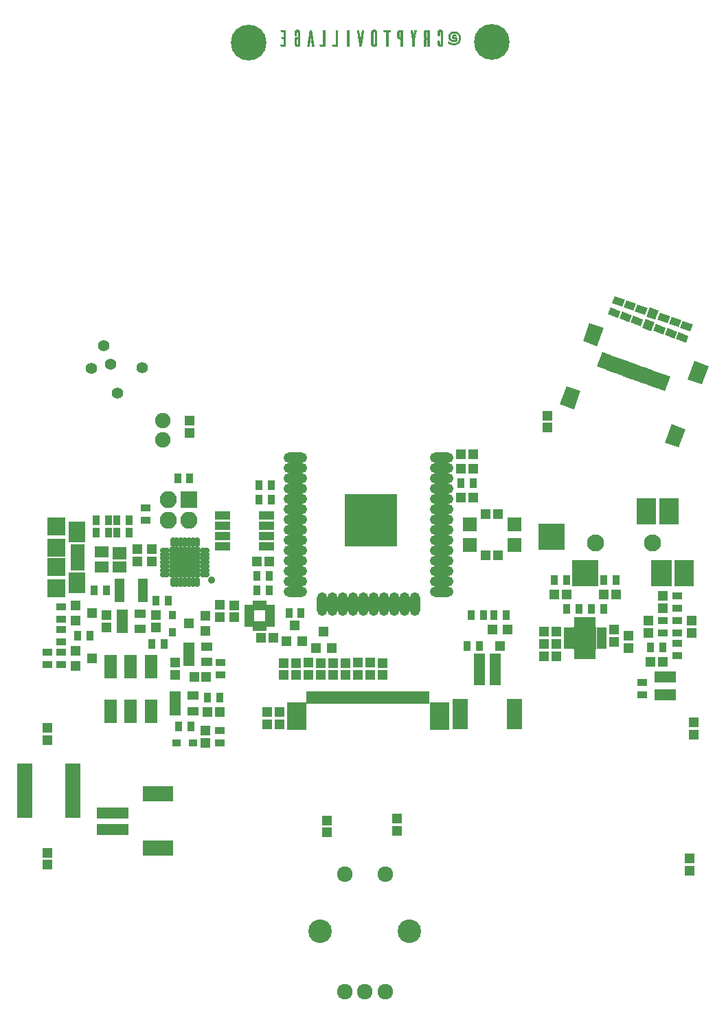
<source format=gbr>
G04 #@! TF.FileFunction,Soldermask,Bot*
%FSLAX46Y46*%
G04 Gerber Fmt 4.6, Leading zero omitted, Abs format (unit mm)*
G04 Created by KiCad (PCBNEW 4.0.6) date 06/27/17 19:22:01*
%MOMM*%
%LPD*%
G01*
G04 APERTURE LIST*
%ADD10C,0.100000*%
%ADD11C,0.010000*%
%ADD12R,2.100000X2.100000*%
%ADD13O,2.100000X2.100000*%
%ADD14R,0.900000X1.300000*%
%ADD15R,2.300000X2.300000*%
%ADD16R,1.750000X0.800000*%
%ADD17R,2.000000X2.500000*%
%ADD18R,2.300000X2.200000*%
%ADD19O,2.900000X1.300000*%
%ADD20O,1.300000X2.900000*%
%ADD21R,6.400000X6.400000*%
%ADD22R,1.150000X1.200000*%
%ADD23R,1.200000X1.150000*%
%ADD24R,0.850000X1.000000*%
%ADD25R,1.000000X0.850000*%
%ADD26R,3.900000X1.400000*%
%ADD27R,3.800000X1.900000*%
%ADD28R,1.300000X1.200000*%
%ADD29R,1.200000X1.300000*%
%ADD30R,1.300000X0.900000*%
%ADD31R,1.600000X2.900000*%
%ADD32R,1.460000X1.050000*%
%ADD33O,1.250000X0.700000*%
%ADD34O,0.700000X1.250000*%
%ADD35R,2.075000X2.075000*%
%ADD36R,1.950000X1.000000*%
%ADD37R,2.400000X3.400000*%
%ADD38R,0.700000X1.650000*%
%ADD39R,1.799540X1.598880*%
%ADD40R,1.799540X1.400760*%
%ADD41R,1.300000X2.900000*%
%ADD42R,1.850000X0.850000*%
%ADD43R,1.700000X1.700000*%
%ADD44R,1.200000X0.750000*%
%ADD45R,0.750000X1.200000*%
%ADD46R,1.650000X1.650000*%
%ADD47C,4.400000*%
%ADD48R,0.800000X1.460000*%
%ADD49C,2.100000*%
%ADD50R,3.200000X3.200000*%
%ADD51R,2.400000X3.200000*%
%ADD52R,2.600000X3.200000*%
%ADD53C,1.400000*%
%ADD54R,1.400000X3.900000*%
%ADD55R,1.900000X3.800000*%
%ADD56C,0.908000*%
%ADD57C,1.900000*%
%ADD58R,0.705000X1.213000*%
%ADD59R,1.213000X0.705000*%
%ADD60C,2.900000*%
%ADD61C,1.924000*%
G04 APERTURE END LIST*
D10*
D11*
G36*
X141544572Y-27975854D02*
X141503558Y-28003382D01*
X141466419Y-28039758D01*
X141436839Y-28081129D01*
X141428344Y-28097365D01*
X141411325Y-28133675D01*
X141411325Y-28566463D01*
X141427979Y-28588194D01*
X141439397Y-28599951D01*
X141456657Y-28612113D01*
X141481758Y-28625893D01*
X141516700Y-28642504D01*
X141520054Y-28644025D01*
X141548930Y-28657046D01*
X141573933Y-28668255D01*
X141592620Y-28676561D01*
X141602547Y-28680873D01*
X141603125Y-28681107D01*
X141605205Y-28678992D01*
X141606962Y-28670294D01*
X141608433Y-28654115D01*
X141609654Y-28629556D01*
X141610661Y-28595719D01*
X141611489Y-28551706D01*
X141612175Y-28496618D01*
X141612650Y-28443302D01*
X141614525Y-28202516D01*
X141632246Y-28179293D01*
X141659245Y-28152927D01*
X141690661Y-28137955D01*
X141725137Y-28134882D01*
X141743099Y-28137966D01*
X141772070Y-28149861D01*
X141795037Y-28170267D01*
X141807678Y-28188264D01*
X141809671Y-28191664D01*
X141811452Y-28195430D01*
X141813033Y-28200257D01*
X141814426Y-28206841D01*
X141815643Y-28215876D01*
X141816696Y-28228058D01*
X141817597Y-28244081D01*
X141818358Y-28264642D01*
X141818990Y-28290435D01*
X141819506Y-28322155D01*
X141819917Y-28360498D01*
X141820236Y-28406158D01*
X141820474Y-28459831D01*
X141820644Y-28522212D01*
X141820757Y-28593996D01*
X141820824Y-28675879D01*
X141820859Y-28768555D01*
X141820873Y-28872720D01*
X141820877Y-28957902D01*
X141820892Y-29072500D01*
X141820910Y-29175089D01*
X141820899Y-29266360D01*
X141820828Y-29347004D01*
X141820666Y-29417712D01*
X141820383Y-29479175D01*
X141819947Y-29532085D01*
X141819326Y-29577131D01*
X141818491Y-29615006D01*
X141817409Y-29646401D01*
X141816050Y-29672005D01*
X141814383Y-29692511D01*
X141812377Y-29708609D01*
X141810000Y-29720990D01*
X141807222Y-29730346D01*
X141804011Y-29737367D01*
X141800337Y-29742745D01*
X141796168Y-29747170D01*
X141791473Y-29751334D01*
X141786222Y-29755927D01*
X141784955Y-29757095D01*
X141756642Y-29775734D01*
X141725244Y-29783398D01*
X141693265Y-29780517D01*
X141663207Y-29767519D01*
X141637576Y-29744835D01*
X141627225Y-29730036D01*
X141623426Y-29722728D01*
X141620408Y-29714129D01*
X141618045Y-29702663D01*
X141616210Y-29686756D01*
X141614776Y-29664832D01*
X141613615Y-29635318D01*
X141612600Y-29596637D01*
X141611605Y-29547216D01*
X141611350Y-29533366D01*
X141608175Y-29358257D01*
X141591335Y-29332829D01*
X141582635Y-29321329D01*
X141571898Y-29311399D01*
X141556753Y-29301519D01*
X141534832Y-29290171D01*
X141503766Y-29275837D01*
X141499260Y-29273822D01*
X141470327Y-29260942D01*
X141445217Y-29249827D01*
X141426409Y-29241570D01*
X141416379Y-29237263D01*
X141415831Y-29237043D01*
X141413816Y-29238361D01*
X141412180Y-29244686D01*
X141410902Y-29256979D01*
X141409959Y-29276204D01*
X141409329Y-29303324D01*
X141408989Y-29339300D01*
X141408917Y-29385097D01*
X141409090Y-29441676D01*
X141409481Y-29509259D01*
X141411325Y-29784675D01*
X141428344Y-29820984D01*
X141456390Y-29866659D01*
X141493948Y-29906388D01*
X141538211Y-29937313D01*
X141547016Y-29941892D01*
X141588790Y-29962475D01*
X141709608Y-29964079D01*
X141753259Y-29964512D01*
X141786420Y-29964394D01*
X141811294Y-29963573D01*
X141830085Y-29961900D01*
X141844997Y-29959225D01*
X141858232Y-29955397D01*
X141863262Y-29953616D01*
X141914727Y-29928520D01*
X141957911Y-29893951D01*
X141993232Y-29849523D01*
X142010030Y-29819600D01*
X142027275Y-29784675D01*
X142027275Y-28133675D01*
X142008616Y-28095575D01*
X141982008Y-28053574D01*
X141946409Y-28015291D01*
X141905526Y-27984435D01*
X141887575Y-27974534D01*
X141849475Y-27955875D01*
X141582775Y-27955875D01*
X141544572Y-27975854D01*
X141544572Y-27975854D01*
G37*
X141544572Y-27975854D02*
X141503558Y-28003382D01*
X141466419Y-28039758D01*
X141436839Y-28081129D01*
X141428344Y-28097365D01*
X141411325Y-28133675D01*
X141411325Y-28566463D01*
X141427979Y-28588194D01*
X141439397Y-28599951D01*
X141456657Y-28612113D01*
X141481758Y-28625893D01*
X141516700Y-28642504D01*
X141520054Y-28644025D01*
X141548930Y-28657046D01*
X141573933Y-28668255D01*
X141592620Y-28676561D01*
X141602547Y-28680873D01*
X141603125Y-28681107D01*
X141605205Y-28678992D01*
X141606962Y-28670294D01*
X141608433Y-28654115D01*
X141609654Y-28629556D01*
X141610661Y-28595719D01*
X141611489Y-28551706D01*
X141612175Y-28496618D01*
X141612650Y-28443302D01*
X141614525Y-28202516D01*
X141632246Y-28179293D01*
X141659245Y-28152927D01*
X141690661Y-28137955D01*
X141725137Y-28134882D01*
X141743099Y-28137966D01*
X141772070Y-28149861D01*
X141795037Y-28170267D01*
X141807678Y-28188264D01*
X141809671Y-28191664D01*
X141811452Y-28195430D01*
X141813033Y-28200257D01*
X141814426Y-28206841D01*
X141815643Y-28215876D01*
X141816696Y-28228058D01*
X141817597Y-28244081D01*
X141818358Y-28264642D01*
X141818990Y-28290435D01*
X141819506Y-28322155D01*
X141819917Y-28360498D01*
X141820236Y-28406158D01*
X141820474Y-28459831D01*
X141820644Y-28522212D01*
X141820757Y-28593996D01*
X141820824Y-28675879D01*
X141820859Y-28768555D01*
X141820873Y-28872720D01*
X141820877Y-28957902D01*
X141820892Y-29072500D01*
X141820910Y-29175089D01*
X141820899Y-29266360D01*
X141820828Y-29347004D01*
X141820666Y-29417712D01*
X141820383Y-29479175D01*
X141819947Y-29532085D01*
X141819326Y-29577131D01*
X141818491Y-29615006D01*
X141817409Y-29646401D01*
X141816050Y-29672005D01*
X141814383Y-29692511D01*
X141812377Y-29708609D01*
X141810000Y-29720990D01*
X141807222Y-29730346D01*
X141804011Y-29737367D01*
X141800337Y-29742745D01*
X141796168Y-29747170D01*
X141791473Y-29751334D01*
X141786222Y-29755927D01*
X141784955Y-29757095D01*
X141756642Y-29775734D01*
X141725244Y-29783398D01*
X141693265Y-29780517D01*
X141663207Y-29767519D01*
X141637576Y-29744835D01*
X141627225Y-29730036D01*
X141623426Y-29722728D01*
X141620408Y-29714129D01*
X141618045Y-29702663D01*
X141616210Y-29686756D01*
X141614776Y-29664832D01*
X141613615Y-29635318D01*
X141612600Y-29596637D01*
X141611605Y-29547216D01*
X141611350Y-29533366D01*
X141608175Y-29358257D01*
X141591335Y-29332829D01*
X141582635Y-29321329D01*
X141571898Y-29311399D01*
X141556753Y-29301519D01*
X141534832Y-29290171D01*
X141503766Y-29275837D01*
X141499260Y-29273822D01*
X141470327Y-29260942D01*
X141445217Y-29249827D01*
X141426409Y-29241570D01*
X141416379Y-29237263D01*
X141415831Y-29237043D01*
X141413816Y-29238361D01*
X141412180Y-29244686D01*
X141410902Y-29256979D01*
X141409959Y-29276204D01*
X141409329Y-29303324D01*
X141408989Y-29339300D01*
X141408917Y-29385097D01*
X141409090Y-29441676D01*
X141409481Y-29509259D01*
X141411325Y-29784675D01*
X141428344Y-29820984D01*
X141456390Y-29866659D01*
X141493948Y-29906388D01*
X141538211Y-29937313D01*
X141547016Y-29941892D01*
X141588790Y-29962475D01*
X141709608Y-29964079D01*
X141753259Y-29964512D01*
X141786420Y-29964394D01*
X141811294Y-29963573D01*
X141830085Y-29961900D01*
X141844997Y-29959225D01*
X141858232Y-29955397D01*
X141863262Y-29953616D01*
X141914727Y-29928520D01*
X141957911Y-29893951D01*
X141993232Y-29849523D01*
X142010030Y-29819600D01*
X142027275Y-29784675D01*
X142027275Y-28133675D01*
X142008616Y-28095575D01*
X141982008Y-28053574D01*
X141946409Y-28015291D01*
X141905526Y-27984435D01*
X141887575Y-27974534D01*
X141849475Y-27955875D01*
X141582775Y-27955875D01*
X141544572Y-27975854D01*
G36*
X133361480Y-27973624D02*
X133312564Y-28004318D01*
X133272129Y-28043615D01*
X133241249Y-28090120D01*
X133220999Y-28142441D01*
X133216684Y-28161529D01*
X133215756Y-28172883D01*
X133214899Y-28195968D01*
X133214115Y-28229816D01*
X133213402Y-28273457D01*
X133212762Y-28325923D01*
X133212194Y-28386246D01*
X133211698Y-28453455D01*
X133211275Y-28526584D01*
X133210925Y-28604662D01*
X133210648Y-28686722D01*
X133210445Y-28771795D01*
X133210314Y-28858911D01*
X133210257Y-28947102D01*
X133210274Y-29035400D01*
X133210364Y-29122835D01*
X133210528Y-29208440D01*
X133210766Y-29291244D01*
X133211079Y-29370280D01*
X133211466Y-29444579D01*
X133211928Y-29513172D01*
X133212464Y-29575090D01*
X133213075Y-29629365D01*
X133213761Y-29675028D01*
X133214522Y-29711110D01*
X133215359Y-29736642D01*
X133216271Y-29750656D01*
X133216428Y-29751786D01*
X133231473Y-29806431D01*
X133257237Y-29855608D01*
X133292604Y-29897790D01*
X133336456Y-29931452D01*
X133355517Y-29941892D01*
X133397293Y-29962475D01*
X133533984Y-29964059D01*
X133580380Y-29964483D01*
X133616086Y-29964457D01*
X133643108Y-29963856D01*
X133663453Y-29962558D01*
X133679126Y-29960438D01*
X133692134Y-29957373D01*
X133703512Y-29953596D01*
X133754955Y-29928534D01*
X133798136Y-29893975D01*
X133833465Y-29849549D01*
X133850280Y-29819600D01*
X133867525Y-29784675D01*
X133867525Y-28208578D01*
X133661150Y-28208578D01*
X133661150Y-29709771D01*
X133646863Y-29730764D01*
X133619660Y-29760475D01*
X133586679Y-29779211D01*
X133549350Y-29786456D01*
X133509102Y-29781693D01*
X133507360Y-29781220D01*
X133478351Y-29768009D01*
X133453069Y-29747148D01*
X133435818Y-29722266D01*
X133434862Y-29720087D01*
X133433434Y-29710346D01*
X133432120Y-29688882D01*
X133430921Y-29656673D01*
X133429835Y-29614697D01*
X133428864Y-29563931D01*
X133428008Y-29505352D01*
X133427266Y-29439938D01*
X133426638Y-29368666D01*
X133426124Y-29292513D01*
X133425724Y-29212457D01*
X133425439Y-29129474D01*
X133425269Y-29044543D01*
X133425212Y-28958641D01*
X133425270Y-28872745D01*
X133425442Y-28787832D01*
X133425729Y-28704880D01*
X133426130Y-28624866D01*
X133426645Y-28548768D01*
X133427274Y-28477562D01*
X133428018Y-28412227D01*
X133428876Y-28353739D01*
X133429848Y-28303075D01*
X133430935Y-28261215D01*
X133432136Y-28229133D01*
X133433451Y-28207809D01*
X133434862Y-28198262D01*
X133453044Y-28169608D01*
X133478691Y-28149110D01*
X133509428Y-28136890D01*
X133542881Y-28133074D01*
X133576676Y-28137786D01*
X133608438Y-28151151D01*
X133635792Y-28173293D01*
X133646712Y-28187152D01*
X133661150Y-28208578D01*
X133867525Y-28208578D01*
X133867525Y-28133675D01*
X133850507Y-28097365D01*
X133822442Y-28051660D01*
X133784862Y-28011926D01*
X133740562Y-27981008D01*
X133731801Y-27976457D01*
X133689993Y-27955875D01*
X133397625Y-27955875D01*
X133361480Y-27973624D01*
X133361480Y-27973624D01*
G37*
X133361480Y-27973624D02*
X133312564Y-28004318D01*
X133272129Y-28043615D01*
X133241249Y-28090120D01*
X133220999Y-28142441D01*
X133216684Y-28161529D01*
X133215756Y-28172883D01*
X133214899Y-28195968D01*
X133214115Y-28229816D01*
X133213402Y-28273457D01*
X133212762Y-28325923D01*
X133212194Y-28386246D01*
X133211698Y-28453455D01*
X133211275Y-28526584D01*
X133210925Y-28604662D01*
X133210648Y-28686722D01*
X133210445Y-28771795D01*
X133210314Y-28858911D01*
X133210257Y-28947102D01*
X133210274Y-29035400D01*
X133210364Y-29122835D01*
X133210528Y-29208440D01*
X133210766Y-29291244D01*
X133211079Y-29370280D01*
X133211466Y-29444579D01*
X133211928Y-29513172D01*
X133212464Y-29575090D01*
X133213075Y-29629365D01*
X133213761Y-29675028D01*
X133214522Y-29711110D01*
X133215359Y-29736642D01*
X133216271Y-29750656D01*
X133216428Y-29751786D01*
X133231473Y-29806431D01*
X133257237Y-29855608D01*
X133292604Y-29897790D01*
X133336456Y-29931452D01*
X133355517Y-29941892D01*
X133397293Y-29962475D01*
X133533984Y-29964059D01*
X133580380Y-29964483D01*
X133616086Y-29964457D01*
X133643108Y-29963856D01*
X133663453Y-29962558D01*
X133679126Y-29960438D01*
X133692134Y-29957373D01*
X133703512Y-29953596D01*
X133754955Y-29928534D01*
X133798136Y-29893975D01*
X133833465Y-29849549D01*
X133850280Y-29819600D01*
X133867525Y-29784675D01*
X133867525Y-28208578D01*
X133661150Y-28208578D01*
X133661150Y-29709771D01*
X133646863Y-29730764D01*
X133619660Y-29760475D01*
X133586679Y-29779211D01*
X133549350Y-29786456D01*
X133509102Y-29781693D01*
X133507360Y-29781220D01*
X133478351Y-29768009D01*
X133453069Y-29747148D01*
X133435818Y-29722266D01*
X133434862Y-29720087D01*
X133433434Y-29710346D01*
X133432120Y-29688882D01*
X133430921Y-29656673D01*
X133429835Y-29614697D01*
X133428864Y-29563931D01*
X133428008Y-29505352D01*
X133427266Y-29439938D01*
X133426638Y-29368666D01*
X133426124Y-29292513D01*
X133425724Y-29212457D01*
X133425439Y-29129474D01*
X133425269Y-29044543D01*
X133425212Y-28958641D01*
X133425270Y-28872745D01*
X133425442Y-28787832D01*
X133425729Y-28704880D01*
X133426130Y-28624866D01*
X133426645Y-28548768D01*
X133427274Y-28477562D01*
X133428018Y-28412227D01*
X133428876Y-28353739D01*
X133429848Y-28303075D01*
X133430935Y-28261215D01*
X133432136Y-28229133D01*
X133433451Y-28207809D01*
X133434862Y-28198262D01*
X133453044Y-28169608D01*
X133478691Y-28149110D01*
X133509428Y-28136890D01*
X133542881Y-28133074D01*
X133576676Y-28137786D01*
X133608438Y-28151151D01*
X133635792Y-28173293D01*
X133646712Y-28187152D01*
X133661150Y-28208578D01*
X133867525Y-28208578D01*
X133867525Y-28133675D01*
X133850507Y-28097365D01*
X133822442Y-28051660D01*
X133784862Y-28011926D01*
X133740562Y-27981008D01*
X133731801Y-27976457D01*
X133689993Y-27955875D01*
X133397625Y-27955875D01*
X133361480Y-27973624D01*
G36*
X123931676Y-27976032D02*
X123883256Y-28005766D01*
X123843353Y-28044805D01*
X123812686Y-28092432D01*
X123810233Y-28097475D01*
X123790075Y-28140025D01*
X123788160Y-28345304D01*
X123787521Y-28408640D01*
X123787286Y-28460677D01*
X123788037Y-28502813D01*
X123790352Y-28536449D01*
X123794814Y-28562984D01*
X123802000Y-28583816D01*
X123812493Y-28600346D01*
X123826872Y-28613973D01*
X123845718Y-28626096D01*
X123869610Y-28638115D01*
X123899128Y-28651429D01*
X123918703Y-28660137D01*
X123945368Y-28671838D01*
X123967946Y-28681300D01*
X123983827Y-28687458D01*
X123990140Y-28689300D01*
X123991941Y-28683014D01*
X123993455Y-28664410D01*
X123994671Y-28633867D01*
X123995581Y-28591762D01*
X123996173Y-28538474D01*
X123996437Y-28474382D01*
X123996450Y-28454146D01*
X123996493Y-28389546D01*
X123996731Y-28336365D01*
X123997326Y-28293320D01*
X123998443Y-28259129D01*
X124000245Y-28232509D01*
X124002896Y-28212179D01*
X124006559Y-28196857D01*
X124011397Y-28185261D01*
X124017574Y-28176109D01*
X124025254Y-28168118D01*
X124033884Y-28160610D01*
X124064832Y-28141883D01*
X124097505Y-28134892D01*
X124129761Y-28139274D01*
X124159459Y-28154669D01*
X124184457Y-28180713D01*
X124188426Y-28186719D01*
X124202825Y-28209875D01*
X124202825Y-29708475D01*
X124188426Y-29731630D01*
X124164541Y-29759620D01*
X124135558Y-29777028D01*
X124103616Y-29783492D01*
X124070859Y-29778649D01*
X124039427Y-29762138D01*
X124033884Y-29757739D01*
X124025563Y-29750596D01*
X124018577Y-29743614D01*
X124012808Y-29735672D01*
X124008141Y-29725654D01*
X124004458Y-29712441D01*
X124001644Y-29694913D01*
X123999581Y-29671953D01*
X123998152Y-29642442D01*
X123997242Y-29605261D01*
X123996733Y-29559292D01*
X123996508Y-29503415D01*
X123996452Y-29436514D01*
X123996450Y-29398804D01*
X123996450Y-29098251D01*
X124018662Y-29090219D01*
X124037496Y-29079570D01*
X124054681Y-29063938D01*
X124056695Y-29061445D01*
X124064652Y-29048958D01*
X124075912Y-29028656D01*
X124089211Y-29003128D01*
X124103288Y-28974960D01*
X124116882Y-28946742D01*
X124128730Y-28921060D01*
X124137571Y-28900504D01*
X124142142Y-28887659D01*
X124142500Y-28885462D01*
X124137553Y-28883073D01*
X124122329Y-28881424D01*
X124096256Y-28880498D01*
X124058759Y-28880277D01*
X124009266Y-28880742D01*
X123998038Y-28880914D01*
X123946738Y-28881909D01*
X123906486Y-28883284D01*
X123875626Y-28885390D01*
X123852506Y-28888575D01*
X123835473Y-28893190D01*
X123822873Y-28899583D01*
X123813053Y-28908104D01*
X123804360Y-28919104D01*
X123802131Y-28922337D01*
X123799734Y-28926322D01*
X123797678Y-28931303D01*
X123795935Y-28938221D01*
X123794481Y-28948018D01*
X123793289Y-28961633D01*
X123792333Y-28980007D01*
X123791588Y-29004081D01*
X123791026Y-29034795D01*
X123790624Y-29073091D01*
X123790353Y-29119908D01*
X123790190Y-29176188D01*
X123790106Y-29242871D01*
X123790078Y-29320897D01*
X123790075Y-29359225D01*
X123790075Y-29778325D01*
X123809675Y-29819600D01*
X123839488Y-29868184D01*
X123878425Y-29908444D01*
X123925314Y-29939201D01*
X123931523Y-29942246D01*
X123974225Y-29962475D01*
X124094875Y-29964106D01*
X124137356Y-29964594D01*
X124169365Y-29964621D01*
X124193130Y-29963998D01*
X124210876Y-29962539D01*
X124224831Y-29960054D01*
X124237219Y-29956355D01*
X124250269Y-29951255D01*
X124251133Y-29950895D01*
X124287200Y-29933692D01*
X124316127Y-29914086D01*
X124343395Y-29888236D01*
X124348628Y-29882537D01*
X124376713Y-29843251D01*
X124397902Y-29796622D01*
X124409423Y-29751786D01*
X124410305Y-29740001D01*
X124411134Y-29716130D01*
X124411906Y-29680786D01*
X124412614Y-29634584D01*
X124413256Y-29578136D01*
X124413826Y-29512057D01*
X124414320Y-29436961D01*
X124414732Y-29353461D01*
X124415059Y-29262170D01*
X124415295Y-29163703D01*
X124415435Y-29058673D01*
X124415477Y-28959175D01*
X124415426Y-28848769D01*
X124415275Y-28744376D01*
X124415030Y-28646607D01*
X124414694Y-28556076D01*
X124414273Y-28473398D01*
X124413772Y-28399186D01*
X124413194Y-28334054D01*
X124412546Y-28278615D01*
X124411830Y-28233483D01*
X124411053Y-28199272D01*
X124410219Y-28176596D01*
X124409423Y-28166563D01*
X124394379Y-28111914D01*
X124368617Y-28062741D01*
X124333255Y-28020567D01*
X124289405Y-27986914D01*
X124270301Y-27976457D01*
X124228493Y-27955875D01*
X123974225Y-27955875D01*
X123931676Y-27976032D01*
X123931676Y-27976032D01*
G37*
X123931676Y-27976032D02*
X123883256Y-28005766D01*
X123843353Y-28044805D01*
X123812686Y-28092432D01*
X123810233Y-28097475D01*
X123790075Y-28140025D01*
X123788160Y-28345304D01*
X123787521Y-28408640D01*
X123787286Y-28460677D01*
X123788037Y-28502813D01*
X123790352Y-28536449D01*
X123794814Y-28562984D01*
X123802000Y-28583816D01*
X123812493Y-28600346D01*
X123826872Y-28613973D01*
X123845718Y-28626096D01*
X123869610Y-28638115D01*
X123899128Y-28651429D01*
X123918703Y-28660137D01*
X123945368Y-28671838D01*
X123967946Y-28681300D01*
X123983827Y-28687458D01*
X123990140Y-28689300D01*
X123991941Y-28683014D01*
X123993455Y-28664410D01*
X123994671Y-28633867D01*
X123995581Y-28591762D01*
X123996173Y-28538474D01*
X123996437Y-28474382D01*
X123996450Y-28454146D01*
X123996493Y-28389546D01*
X123996731Y-28336365D01*
X123997326Y-28293320D01*
X123998443Y-28259129D01*
X124000245Y-28232509D01*
X124002896Y-28212179D01*
X124006559Y-28196857D01*
X124011397Y-28185261D01*
X124017574Y-28176109D01*
X124025254Y-28168118D01*
X124033884Y-28160610D01*
X124064832Y-28141883D01*
X124097505Y-28134892D01*
X124129761Y-28139274D01*
X124159459Y-28154669D01*
X124184457Y-28180713D01*
X124188426Y-28186719D01*
X124202825Y-28209875D01*
X124202825Y-29708475D01*
X124188426Y-29731630D01*
X124164541Y-29759620D01*
X124135558Y-29777028D01*
X124103616Y-29783492D01*
X124070859Y-29778649D01*
X124039427Y-29762138D01*
X124033884Y-29757739D01*
X124025563Y-29750596D01*
X124018577Y-29743614D01*
X124012808Y-29735672D01*
X124008141Y-29725654D01*
X124004458Y-29712441D01*
X124001644Y-29694913D01*
X123999581Y-29671953D01*
X123998152Y-29642442D01*
X123997242Y-29605261D01*
X123996733Y-29559292D01*
X123996508Y-29503415D01*
X123996452Y-29436514D01*
X123996450Y-29398804D01*
X123996450Y-29098251D01*
X124018662Y-29090219D01*
X124037496Y-29079570D01*
X124054681Y-29063938D01*
X124056695Y-29061445D01*
X124064652Y-29048958D01*
X124075912Y-29028656D01*
X124089211Y-29003128D01*
X124103288Y-28974960D01*
X124116882Y-28946742D01*
X124128730Y-28921060D01*
X124137571Y-28900504D01*
X124142142Y-28887659D01*
X124142500Y-28885462D01*
X124137553Y-28883073D01*
X124122329Y-28881424D01*
X124096256Y-28880498D01*
X124058759Y-28880277D01*
X124009266Y-28880742D01*
X123998038Y-28880914D01*
X123946738Y-28881909D01*
X123906486Y-28883284D01*
X123875626Y-28885390D01*
X123852506Y-28888575D01*
X123835473Y-28893190D01*
X123822873Y-28899583D01*
X123813053Y-28908104D01*
X123804360Y-28919104D01*
X123802131Y-28922337D01*
X123799734Y-28926322D01*
X123797678Y-28931303D01*
X123795935Y-28938221D01*
X123794481Y-28948018D01*
X123793289Y-28961633D01*
X123792333Y-28980007D01*
X123791588Y-29004081D01*
X123791026Y-29034795D01*
X123790624Y-29073091D01*
X123790353Y-29119908D01*
X123790190Y-29176188D01*
X123790106Y-29242871D01*
X123790078Y-29320897D01*
X123790075Y-29359225D01*
X123790075Y-29778325D01*
X123809675Y-29819600D01*
X123839488Y-29868184D01*
X123878425Y-29908444D01*
X123925314Y-29939201D01*
X123931523Y-29942246D01*
X123974225Y-29962475D01*
X124094875Y-29964106D01*
X124137356Y-29964594D01*
X124169365Y-29964621D01*
X124193130Y-29963998D01*
X124210876Y-29962539D01*
X124224831Y-29960054D01*
X124237219Y-29956355D01*
X124250269Y-29951255D01*
X124251133Y-29950895D01*
X124287200Y-29933692D01*
X124316127Y-29914086D01*
X124343395Y-29888236D01*
X124348628Y-29882537D01*
X124376713Y-29843251D01*
X124397902Y-29796622D01*
X124409423Y-29751786D01*
X124410305Y-29740001D01*
X124411134Y-29716130D01*
X124411906Y-29680786D01*
X124412614Y-29634584D01*
X124413256Y-29578136D01*
X124413826Y-29512057D01*
X124414320Y-29436961D01*
X124414732Y-29353461D01*
X124415059Y-29262170D01*
X124415295Y-29163703D01*
X124415435Y-29058673D01*
X124415477Y-28959175D01*
X124415426Y-28848769D01*
X124415275Y-28744376D01*
X124415030Y-28646607D01*
X124414694Y-28556076D01*
X124414273Y-28473398D01*
X124413772Y-28399186D01*
X124413194Y-28334054D01*
X124412546Y-28278615D01*
X124411830Y-28233483D01*
X124411053Y-28199272D01*
X124410219Y-28176596D01*
X124409423Y-28166563D01*
X124394379Y-28111914D01*
X124368617Y-28062741D01*
X124333255Y-28020567D01*
X124289405Y-27986914D01*
X124270301Y-27976457D01*
X124228493Y-27955875D01*
X123974225Y-27955875D01*
X123931676Y-27976032D01*
G36*
X140126884Y-27973031D02*
X139906067Y-27974925D01*
X139863773Y-27995756D01*
X139819371Y-28024299D01*
X139780657Y-28062433D01*
X139750301Y-28107414D01*
X139745083Y-28117800D01*
X139728575Y-28152725D01*
X139726791Y-28523484D01*
X139726414Y-28606870D01*
X139726201Y-28678549D01*
X139726239Y-28739511D01*
X139726611Y-28790751D01*
X139727402Y-28833258D01*
X139728698Y-28868026D01*
X139730584Y-28896046D01*
X139733143Y-28918310D01*
X139736462Y-28935811D01*
X139740624Y-28949541D01*
X139745716Y-28960490D01*
X139751822Y-28969652D01*
X139759026Y-28978019D01*
X139766336Y-28985505D01*
X139778739Y-28998426D01*
X139783062Y-29006135D01*
X139780267Y-29012340D01*
X139774675Y-29017697D01*
X139757371Y-29039878D01*
X139742655Y-29071591D01*
X139732533Y-29107125D01*
X139730826Y-29121320D01*
X139729359Y-29146798D01*
X139728128Y-29183761D01*
X139727130Y-29232414D01*
X139726362Y-29292960D01*
X139725820Y-29365602D01*
X139725500Y-29450544D01*
X139725400Y-29543687D01*
X139725400Y-29946600D01*
X139934950Y-29946600D01*
X139934950Y-29180247D01*
X139949396Y-29152930D01*
X139962669Y-29132289D01*
X139978610Y-29117860D01*
X139999590Y-29108665D01*
X140027982Y-29103729D01*
X140066156Y-29102075D01*
X140072964Y-29102050D01*
X140138150Y-29102050D01*
X140138150Y-29946600D01*
X140347700Y-29946600D01*
X140347700Y-28906998D01*
X140138150Y-28906998D01*
X140069579Y-28903748D01*
X140026628Y-28900495D01*
X139996134Y-28895391D01*
X139980741Y-28890018D01*
X139964496Y-28877223D01*
X139950101Y-28858811D01*
X139947713Y-28854522D01*
X139944738Y-28848231D01*
X139942265Y-28841287D01*
X139940248Y-28832523D01*
X139938639Y-28820774D01*
X139937394Y-28804875D01*
X139936465Y-28783661D01*
X139935808Y-28755965D01*
X139935374Y-28720623D01*
X139935120Y-28676470D01*
X139934997Y-28622339D01*
X139934961Y-28557067D01*
X139934960Y-28532390D01*
X139934996Y-28462630D01*
X139935123Y-28404423D01*
X139935383Y-28356626D01*
X139935816Y-28318091D01*
X139936460Y-28287673D01*
X139937356Y-28264228D01*
X139938543Y-28246608D01*
X139940063Y-28233668D01*
X139941954Y-28224263D01*
X139944257Y-28217247D01*
X139946073Y-28213266D01*
X139958173Y-28194663D01*
X139974222Y-28181253D01*
X139996356Y-28172171D01*
X140026715Y-28166553D01*
X140067438Y-28163533D01*
X140069274Y-28163456D01*
X140138150Y-28160618D01*
X140138150Y-28906998D01*
X140347700Y-28906998D01*
X140347700Y-27971137D01*
X140126884Y-27973031D01*
X140126884Y-27973031D01*
G37*
X140126884Y-27973031D02*
X139906067Y-27974925D01*
X139863773Y-27995756D01*
X139819371Y-28024299D01*
X139780657Y-28062433D01*
X139750301Y-28107414D01*
X139745083Y-28117800D01*
X139728575Y-28152725D01*
X139726791Y-28523484D01*
X139726414Y-28606870D01*
X139726201Y-28678549D01*
X139726239Y-28739511D01*
X139726611Y-28790751D01*
X139727402Y-28833258D01*
X139728698Y-28868026D01*
X139730584Y-28896046D01*
X139733143Y-28918310D01*
X139736462Y-28935811D01*
X139740624Y-28949541D01*
X139745716Y-28960490D01*
X139751822Y-28969652D01*
X139759026Y-28978019D01*
X139766336Y-28985505D01*
X139778739Y-28998426D01*
X139783062Y-29006135D01*
X139780267Y-29012340D01*
X139774675Y-29017697D01*
X139757371Y-29039878D01*
X139742655Y-29071591D01*
X139732533Y-29107125D01*
X139730826Y-29121320D01*
X139729359Y-29146798D01*
X139728128Y-29183761D01*
X139727130Y-29232414D01*
X139726362Y-29292960D01*
X139725820Y-29365602D01*
X139725500Y-29450544D01*
X139725400Y-29543687D01*
X139725400Y-29946600D01*
X139934950Y-29946600D01*
X139934950Y-29180247D01*
X139949396Y-29152930D01*
X139962669Y-29132289D01*
X139978610Y-29117860D01*
X139999590Y-29108665D01*
X140027982Y-29103729D01*
X140066156Y-29102075D01*
X140072964Y-29102050D01*
X140138150Y-29102050D01*
X140138150Y-29946600D01*
X140347700Y-29946600D01*
X140347700Y-28906998D01*
X140138150Y-28906998D01*
X140069579Y-28903748D01*
X140026628Y-28900495D01*
X139996134Y-28895391D01*
X139980741Y-28890018D01*
X139964496Y-28877223D01*
X139950101Y-28858811D01*
X139947713Y-28854522D01*
X139944738Y-28848231D01*
X139942265Y-28841287D01*
X139940248Y-28832523D01*
X139938639Y-28820774D01*
X139937394Y-28804875D01*
X139936465Y-28783661D01*
X139935808Y-28755965D01*
X139935374Y-28720623D01*
X139935120Y-28676470D01*
X139934997Y-28622339D01*
X139934961Y-28557067D01*
X139934960Y-28532390D01*
X139934996Y-28462630D01*
X139935123Y-28404423D01*
X139935383Y-28356626D01*
X139935816Y-28318091D01*
X139936460Y-28287673D01*
X139937356Y-28264228D01*
X139938543Y-28246608D01*
X139940063Y-28233668D01*
X139941954Y-28224263D01*
X139944257Y-28217247D01*
X139946073Y-28213266D01*
X139958173Y-28194663D01*
X139974222Y-28181253D01*
X139996356Y-28172171D01*
X140026715Y-28166553D01*
X140067438Y-28163533D01*
X140069274Y-28163456D01*
X140138150Y-28160618D01*
X140138150Y-28906998D01*
X140347700Y-28906998D01*
X140347700Y-27971137D01*
X140126884Y-27973031D01*
G36*
X138064799Y-27986037D02*
X138066575Y-27994246D01*
X138070770Y-28013976D01*
X138077193Y-28044320D01*
X138085653Y-28084369D01*
X138095959Y-28133217D01*
X138107919Y-28189954D01*
X138121342Y-28253675D01*
X138136036Y-28323470D01*
X138151811Y-28398433D01*
X138168475Y-28477655D01*
X138185570Y-28558964D01*
X138303000Y-29117604D01*
X138303000Y-29946600D01*
X138479672Y-29946600D01*
X138496111Y-29927062D01*
X138512550Y-29907525D01*
X138513360Y-29130625D01*
X138757552Y-27974925D01*
X138670019Y-27973163D01*
X138629327Y-27972814D01*
X138599311Y-27974022D01*
X138577986Y-27977348D01*
X138563368Y-27983357D01*
X138553471Y-27992611D01*
X138546310Y-28005672D01*
X138545118Y-28008572D01*
X138542795Y-28017898D01*
X138538564Y-28038554D01*
X138532644Y-28069351D01*
X138525251Y-28109095D01*
X138516603Y-28156598D01*
X138506918Y-28210668D01*
X138496412Y-28270115D01*
X138485304Y-28333747D01*
X138477630Y-28378150D01*
X138466298Y-28443699D01*
X138455492Y-28505689D01*
X138445420Y-28562953D01*
X138436292Y-28614326D01*
X138428318Y-28658642D01*
X138421705Y-28694736D01*
X138416664Y-28721442D01*
X138413405Y-28737595D01*
X138412306Y-28741971D01*
X138410324Y-28738206D01*
X138406411Y-28722649D01*
X138400711Y-28696038D01*
X138393363Y-28659111D01*
X138384511Y-28612605D01*
X138374295Y-28557260D01*
X138362858Y-28493812D01*
X138350340Y-28422999D01*
X138342845Y-28380021D01*
X138278036Y-28006675D01*
X138258668Y-27989212D01*
X138250619Y-27982306D01*
X138242825Y-27977513D01*
X138232894Y-27974448D01*
X138218431Y-27972724D01*
X138197042Y-27971955D01*
X138166336Y-27971756D01*
X138150379Y-27971750D01*
X138061459Y-27971750D01*
X138064799Y-27986037D01*
X138064799Y-27986037D01*
G37*
X138064799Y-27986037D02*
X138066575Y-27994246D01*
X138070770Y-28013976D01*
X138077193Y-28044320D01*
X138085653Y-28084369D01*
X138095959Y-28133217D01*
X138107919Y-28189954D01*
X138121342Y-28253675D01*
X138136036Y-28323470D01*
X138151811Y-28398433D01*
X138168475Y-28477655D01*
X138185570Y-28558964D01*
X138303000Y-29117604D01*
X138303000Y-29946600D01*
X138479672Y-29946600D01*
X138496111Y-29927062D01*
X138512550Y-29907525D01*
X138513360Y-29130625D01*
X138757552Y-27974925D01*
X138670019Y-27973163D01*
X138629327Y-27972814D01*
X138599311Y-27974022D01*
X138577986Y-27977348D01*
X138563368Y-27983357D01*
X138553471Y-27992611D01*
X138546310Y-28005672D01*
X138545118Y-28008572D01*
X138542795Y-28017898D01*
X138538564Y-28038554D01*
X138532644Y-28069351D01*
X138525251Y-28109095D01*
X138516603Y-28156598D01*
X138506918Y-28210668D01*
X138496412Y-28270115D01*
X138485304Y-28333747D01*
X138477630Y-28378150D01*
X138466298Y-28443699D01*
X138455492Y-28505689D01*
X138445420Y-28562953D01*
X138436292Y-28614326D01*
X138428318Y-28658642D01*
X138421705Y-28694736D01*
X138416664Y-28721442D01*
X138413405Y-28737595D01*
X138412306Y-28741971D01*
X138410324Y-28738206D01*
X138406411Y-28722649D01*
X138400711Y-28696038D01*
X138393363Y-28659111D01*
X138384511Y-28612605D01*
X138374295Y-28557260D01*
X138362858Y-28493812D01*
X138350340Y-28422999D01*
X138342845Y-28380021D01*
X138278036Y-28006675D01*
X138258668Y-27989212D01*
X138250619Y-27982306D01*
X138242825Y-27977513D01*
X138232894Y-27974448D01*
X138218431Y-27972724D01*
X138197042Y-27971955D01*
X138166336Y-27971756D01*
X138150379Y-27971750D01*
X138061459Y-27971750D01*
X138064799Y-27986037D01*
G36*
X136837583Y-27973023D02*
X136623115Y-27974925D01*
X136581928Y-27995211D01*
X136534060Y-28025422D01*
X136493648Y-28064531D01*
X136462753Y-28110484D01*
X136459086Y-28117800D01*
X136439275Y-28159075D01*
X136437517Y-28474575D01*
X136437141Y-28552466D01*
X136437007Y-28618842D01*
X136437207Y-28674883D01*
X136437830Y-28721775D01*
X136438965Y-28760698D01*
X136440702Y-28792836D01*
X136443132Y-28819372D01*
X136446344Y-28841489D01*
X136450427Y-28860369D01*
X136455472Y-28877195D01*
X136461567Y-28893150D01*
X136468804Y-28909417D01*
X136470849Y-28913769D01*
X136484935Y-28938762D01*
X136503231Y-28965155D01*
X136515139Y-28979683D01*
X136547249Y-29009694D01*
X136583921Y-29032522D01*
X136626794Y-29048719D01*
X136677510Y-29058841D01*
X136737709Y-29063439D01*
X136764713Y-29063856D01*
X136842500Y-29063950D01*
X136842500Y-29946600D01*
X136934115Y-29946600D01*
X136969916Y-29946538D01*
X136995226Y-29946119D01*
X137012253Y-29944989D01*
X137023207Y-29942795D01*
X137030296Y-29939186D01*
X137035729Y-29933808D01*
X137038890Y-29929868D01*
X137052050Y-29913137D01*
X137052050Y-28867100D01*
X136842500Y-28867100D01*
X136778278Y-28867100D01*
X136746442Y-28866635D01*
X136723975Y-28864913D01*
X136707569Y-28861441D01*
X136693916Y-28855724D01*
X136690856Y-28854061D01*
X136671763Y-28839846D01*
X136654444Y-28821524D01*
X136651891Y-28818024D01*
X136636125Y-28795025D01*
X136634273Y-28532687D01*
X136633837Y-28462810D01*
X136633682Y-28404437D01*
X136633923Y-28356374D01*
X136634677Y-28317426D01*
X136636062Y-28286399D01*
X136638195Y-28262097D01*
X136641192Y-28243327D01*
X136645170Y-28228893D01*
X136650247Y-28217601D01*
X136656538Y-28208256D01*
X136664162Y-28199664D01*
X136667155Y-28196625D01*
X136687053Y-28180921D01*
X136711334Y-28170441D01*
X136742524Y-28164476D01*
X136783153Y-28162323D01*
X136790113Y-28162285D01*
X136842500Y-28162250D01*
X136842500Y-28867100D01*
X137052050Y-28867100D01*
X137052050Y-27971122D01*
X136837583Y-27973023D01*
X136837583Y-27973023D01*
G37*
X136837583Y-27973023D02*
X136623115Y-27974925D01*
X136581928Y-27995211D01*
X136534060Y-28025422D01*
X136493648Y-28064531D01*
X136462753Y-28110484D01*
X136459086Y-28117800D01*
X136439275Y-28159075D01*
X136437517Y-28474575D01*
X136437141Y-28552466D01*
X136437007Y-28618842D01*
X136437207Y-28674883D01*
X136437830Y-28721775D01*
X136438965Y-28760698D01*
X136440702Y-28792836D01*
X136443132Y-28819372D01*
X136446344Y-28841489D01*
X136450427Y-28860369D01*
X136455472Y-28877195D01*
X136461567Y-28893150D01*
X136468804Y-28909417D01*
X136470849Y-28913769D01*
X136484935Y-28938762D01*
X136503231Y-28965155D01*
X136515139Y-28979683D01*
X136547249Y-29009694D01*
X136583921Y-29032522D01*
X136626794Y-29048719D01*
X136677510Y-29058841D01*
X136737709Y-29063439D01*
X136764713Y-29063856D01*
X136842500Y-29063950D01*
X136842500Y-29946600D01*
X136934115Y-29946600D01*
X136969916Y-29946538D01*
X136995226Y-29946119D01*
X137012253Y-29944989D01*
X137023207Y-29942795D01*
X137030296Y-29939186D01*
X137035729Y-29933808D01*
X137038890Y-29929868D01*
X137052050Y-29913137D01*
X137052050Y-28867100D01*
X136842500Y-28867100D01*
X136778278Y-28867100D01*
X136746442Y-28866635D01*
X136723975Y-28864913D01*
X136707569Y-28861441D01*
X136693916Y-28855724D01*
X136690856Y-28854061D01*
X136671763Y-28839846D01*
X136654444Y-28821524D01*
X136651891Y-28818024D01*
X136636125Y-28795025D01*
X136634273Y-28532687D01*
X136633837Y-28462810D01*
X136633682Y-28404437D01*
X136633923Y-28356374D01*
X136634677Y-28317426D01*
X136636062Y-28286399D01*
X136638195Y-28262097D01*
X136641192Y-28243327D01*
X136645170Y-28228893D01*
X136650247Y-28217601D01*
X136656538Y-28208256D01*
X136664162Y-28199664D01*
X136667155Y-28196625D01*
X136687053Y-28180921D01*
X136711334Y-28170441D01*
X136742524Y-28164476D01*
X136783153Y-28162323D01*
X136790113Y-28162285D01*
X136842500Y-28162250D01*
X136842500Y-28867100D01*
X137052050Y-28867100D01*
X137052050Y-27971122D01*
X136837583Y-27973023D01*
G36*
X134702105Y-27986037D02*
X134713305Y-28012620D01*
X134727183Y-28042556D01*
X134742354Y-28073183D01*
X134757433Y-28101836D01*
X134771035Y-28125852D01*
X134781773Y-28142567D01*
X134786405Y-28148114D01*
X134798694Y-28157593D01*
X134813346Y-28164621D01*
X134832346Y-28169533D01*
X134857684Y-28172665D01*
X134891347Y-28174354D01*
X134935324Y-28174936D01*
X134945042Y-28174949D01*
X134982813Y-28175034D01*
X135010084Y-28175478D01*
X135029051Y-28176570D01*
X135041915Y-28178595D01*
X135050874Y-28181840D01*
X135058125Y-28186591D01*
X135062559Y-28190274D01*
X135080375Y-28205599D01*
X135082030Y-29076099D01*
X135083684Y-29946600D01*
X135172517Y-29946600D01*
X135208261Y-29946444D01*
X135233560Y-29945789D01*
X135250667Y-29944353D01*
X135261837Y-29941853D01*
X135269323Y-29938009D01*
X135274050Y-29933900D01*
X135275836Y-29931947D01*
X135277445Y-29929420D01*
X135278888Y-29925682D01*
X135280174Y-29920101D01*
X135281311Y-29912041D01*
X135282309Y-29900867D01*
X135283177Y-29885947D01*
X135283924Y-29866644D01*
X135284558Y-29842325D01*
X135285090Y-29812355D01*
X135285528Y-29776100D01*
X135285882Y-29732925D01*
X135286159Y-29682195D01*
X135286370Y-29623277D01*
X135286524Y-29555537D01*
X135286630Y-29478338D01*
X135286696Y-29391048D01*
X135286732Y-29293031D01*
X135286747Y-29183653D01*
X135286750Y-29062280D01*
X135286750Y-28174950D01*
X135573484Y-28174950D01*
X135571405Y-28088659D01*
X135570493Y-28054046D01*
X135569406Y-28029783D01*
X135567684Y-28013525D01*
X135564868Y-28002925D01*
X135560499Y-27995638D01*
X135554117Y-27989317D01*
X135551509Y-27987059D01*
X135533692Y-27971750D01*
X134696515Y-27971750D01*
X134702105Y-27986037D01*
X134702105Y-27986037D01*
G37*
X134702105Y-27986037D02*
X134713305Y-28012620D01*
X134727183Y-28042556D01*
X134742354Y-28073183D01*
X134757433Y-28101836D01*
X134771035Y-28125852D01*
X134781773Y-28142567D01*
X134786405Y-28148114D01*
X134798694Y-28157593D01*
X134813346Y-28164621D01*
X134832346Y-28169533D01*
X134857684Y-28172665D01*
X134891347Y-28174354D01*
X134935324Y-28174936D01*
X134945042Y-28174949D01*
X134982813Y-28175034D01*
X135010084Y-28175478D01*
X135029051Y-28176570D01*
X135041915Y-28178595D01*
X135050874Y-28181840D01*
X135058125Y-28186591D01*
X135062559Y-28190274D01*
X135080375Y-28205599D01*
X135082030Y-29076099D01*
X135083684Y-29946600D01*
X135172517Y-29946600D01*
X135208261Y-29946444D01*
X135233560Y-29945789D01*
X135250667Y-29944353D01*
X135261837Y-29941853D01*
X135269323Y-29938009D01*
X135274050Y-29933900D01*
X135275836Y-29931947D01*
X135277445Y-29929420D01*
X135278888Y-29925682D01*
X135280174Y-29920101D01*
X135281311Y-29912041D01*
X135282309Y-29900867D01*
X135283177Y-29885947D01*
X135283924Y-29866644D01*
X135284558Y-29842325D01*
X135285090Y-29812355D01*
X135285528Y-29776100D01*
X135285882Y-29732925D01*
X135286159Y-29682195D01*
X135286370Y-29623277D01*
X135286524Y-29555537D01*
X135286630Y-29478338D01*
X135286696Y-29391048D01*
X135286732Y-29293031D01*
X135286747Y-29183653D01*
X135286750Y-29062280D01*
X135286750Y-28174950D01*
X135573484Y-28174950D01*
X135571405Y-28088659D01*
X135570493Y-28054046D01*
X135569406Y-28029783D01*
X135567684Y-28013525D01*
X135564868Y-28002925D01*
X135560499Y-27995638D01*
X135554117Y-27989317D01*
X135551509Y-27987059D01*
X135533692Y-27971750D01*
X134696515Y-27971750D01*
X134702105Y-27986037D01*
G36*
X131471103Y-28004938D02*
X131472648Y-28015003D01*
X131476001Y-28036902D01*
X131481051Y-28069913D01*
X131487689Y-28113314D01*
X131495805Y-28166385D01*
X131505287Y-28228405D01*
X131516027Y-28298652D01*
X131527912Y-28376405D01*
X131540834Y-28460943D01*
X131554683Y-28551545D01*
X131569346Y-28647490D01*
X131584716Y-28748056D01*
X131600681Y-28852523D01*
X131617131Y-28960169D01*
X131619405Y-28975050D01*
X131635871Y-29082765D01*
X131651850Y-29187209D01*
X131667234Y-29287676D01*
X131681913Y-29383461D01*
X131695780Y-29473858D01*
X131708725Y-29558163D01*
X131720640Y-29635669D01*
X131731417Y-29705673D01*
X131740948Y-29767469D01*
X131749123Y-29820351D01*
X131755834Y-29863614D01*
X131760973Y-29896553D01*
X131764431Y-29918463D01*
X131766100Y-29928639D01*
X131766195Y-29929137D01*
X131769860Y-29946600D01*
X131837618Y-29946455D01*
X131874127Y-29945659D01*
X131900464Y-29943259D01*
X131919088Y-29938961D01*
X131926475Y-29935913D01*
X131950521Y-29917595D01*
X131971108Y-29889085D01*
X131986568Y-29852760D01*
X131987946Y-29848175D01*
X131989737Y-29839084D01*
X131993307Y-29818333D01*
X131998522Y-29786778D01*
X132005251Y-29745278D01*
X132013359Y-29694689D01*
X132022716Y-29635870D01*
X132033186Y-29569677D01*
X132044639Y-29496969D01*
X132056941Y-29418602D01*
X132069959Y-29335434D01*
X132083561Y-29248322D01*
X132097613Y-29158125D01*
X132111983Y-29065699D01*
X132126539Y-28971901D01*
X132141147Y-28877591D01*
X132155674Y-28783623D01*
X132169988Y-28690858D01*
X132183957Y-28600150D01*
X132197446Y-28512360D01*
X132210324Y-28428342D01*
X132222458Y-28348956D01*
X132233715Y-28275058D01*
X132243961Y-28207507D01*
X132253066Y-28147159D01*
X132260894Y-28094872D01*
X132267314Y-28051503D01*
X132272194Y-28017910D01*
X132275399Y-27994951D01*
X132276798Y-27983482D01*
X132276850Y-27982558D01*
X132275670Y-27978229D01*
X132270849Y-27975228D01*
X132260465Y-27973316D01*
X132242596Y-27972259D01*
X132215322Y-27971818D01*
X132189057Y-27971749D01*
X132153873Y-27971868D01*
X132129105Y-27972439D01*
X132112470Y-27973787D01*
X132101686Y-27976234D01*
X132094470Y-27980105D01*
X132088538Y-27985723D01*
X132088251Y-27986037D01*
X132076367Y-28000953D01*
X132068742Y-28013025D01*
X132066888Y-28020979D01*
X132063278Y-28040622D01*
X132058054Y-28071083D01*
X132051352Y-28111491D01*
X132043313Y-28160977D01*
X132034076Y-28218671D01*
X132023778Y-28283701D01*
X132012559Y-28355199D01*
X132000558Y-28432294D01*
X131987914Y-28514116D01*
X131974765Y-28599794D01*
X131967936Y-28644523D01*
X131954689Y-28731193D01*
X131941957Y-28814010D01*
X131929871Y-28892151D01*
X131918561Y-28964790D01*
X131908159Y-29031104D01*
X131898795Y-29090269D01*
X131890601Y-29141459D01*
X131883706Y-29183850D01*
X131878242Y-29216619D01*
X131874341Y-29238940D01*
X131872131Y-29249991D01*
X131871682Y-29250948D01*
X131870470Y-29243059D01*
X131867471Y-29223475D01*
X131862818Y-29193056D01*
X131856642Y-29152661D01*
X131849075Y-29103151D01*
X131840246Y-29045385D01*
X131830289Y-28980222D01*
X131819334Y-28908523D01*
X131807513Y-28831146D01*
X131794957Y-28748953D01*
X131781798Y-28662801D01*
X131773236Y-28606750D01*
X131676734Y-27974925D01*
X131465926Y-27971451D01*
X131471103Y-28004938D01*
X131471103Y-28004938D01*
G37*
X131471103Y-28004938D02*
X131472648Y-28015003D01*
X131476001Y-28036902D01*
X131481051Y-28069913D01*
X131487689Y-28113314D01*
X131495805Y-28166385D01*
X131505287Y-28228405D01*
X131516027Y-28298652D01*
X131527912Y-28376405D01*
X131540834Y-28460943D01*
X131554683Y-28551545D01*
X131569346Y-28647490D01*
X131584716Y-28748056D01*
X131600681Y-28852523D01*
X131617131Y-28960169D01*
X131619405Y-28975050D01*
X131635871Y-29082765D01*
X131651850Y-29187209D01*
X131667234Y-29287676D01*
X131681913Y-29383461D01*
X131695780Y-29473858D01*
X131708725Y-29558163D01*
X131720640Y-29635669D01*
X131731417Y-29705673D01*
X131740948Y-29767469D01*
X131749123Y-29820351D01*
X131755834Y-29863614D01*
X131760973Y-29896553D01*
X131764431Y-29918463D01*
X131766100Y-29928639D01*
X131766195Y-29929137D01*
X131769860Y-29946600D01*
X131837618Y-29946455D01*
X131874127Y-29945659D01*
X131900464Y-29943259D01*
X131919088Y-29938961D01*
X131926475Y-29935913D01*
X131950521Y-29917595D01*
X131971108Y-29889085D01*
X131986568Y-29852760D01*
X131987946Y-29848175D01*
X131989737Y-29839084D01*
X131993307Y-29818333D01*
X131998522Y-29786778D01*
X132005251Y-29745278D01*
X132013359Y-29694689D01*
X132022716Y-29635870D01*
X132033186Y-29569677D01*
X132044639Y-29496969D01*
X132056941Y-29418602D01*
X132069959Y-29335434D01*
X132083561Y-29248322D01*
X132097613Y-29158125D01*
X132111983Y-29065699D01*
X132126539Y-28971901D01*
X132141147Y-28877591D01*
X132155674Y-28783623D01*
X132169988Y-28690858D01*
X132183957Y-28600150D01*
X132197446Y-28512360D01*
X132210324Y-28428342D01*
X132222458Y-28348956D01*
X132233715Y-28275058D01*
X132243961Y-28207507D01*
X132253066Y-28147159D01*
X132260894Y-28094872D01*
X132267314Y-28051503D01*
X132272194Y-28017910D01*
X132275399Y-27994951D01*
X132276798Y-27983482D01*
X132276850Y-27982558D01*
X132275670Y-27978229D01*
X132270849Y-27975228D01*
X132260465Y-27973316D01*
X132242596Y-27972259D01*
X132215322Y-27971818D01*
X132189057Y-27971749D01*
X132153873Y-27971868D01*
X132129105Y-27972439D01*
X132112470Y-27973787D01*
X132101686Y-27976234D01*
X132094470Y-27980105D01*
X132088538Y-27985723D01*
X132088251Y-27986037D01*
X132076367Y-28000953D01*
X132068742Y-28013025D01*
X132066888Y-28020979D01*
X132063278Y-28040622D01*
X132058054Y-28071083D01*
X132051352Y-28111491D01*
X132043313Y-28160977D01*
X132034076Y-28218671D01*
X132023778Y-28283701D01*
X132012559Y-28355199D01*
X132000558Y-28432294D01*
X131987914Y-28514116D01*
X131974765Y-28599794D01*
X131967936Y-28644523D01*
X131954689Y-28731193D01*
X131941957Y-28814010D01*
X131929871Y-28892151D01*
X131918561Y-28964790D01*
X131908159Y-29031104D01*
X131898795Y-29090269D01*
X131890601Y-29141459D01*
X131883706Y-29183850D01*
X131878242Y-29216619D01*
X131874341Y-29238940D01*
X131872131Y-29249991D01*
X131871682Y-29250948D01*
X131870470Y-29243059D01*
X131867471Y-29223475D01*
X131862818Y-29193056D01*
X131856642Y-29152661D01*
X131849075Y-29103151D01*
X131840246Y-29045385D01*
X131830289Y-28980222D01*
X131819334Y-28908523D01*
X131807513Y-28831146D01*
X131794957Y-28748953D01*
X131781798Y-28662801D01*
X131773236Y-28606750D01*
X131676734Y-27974925D01*
X131465926Y-27971451D01*
X131471103Y-28004938D01*
G36*
X130331464Y-27972443D02*
X130301913Y-27974992D01*
X130280752Y-27980097D01*
X130265855Y-27988456D01*
X130255092Y-28000772D01*
X130248882Y-28012117D01*
X130247476Y-28015860D01*
X130246202Y-28021278D01*
X130245053Y-28028976D01*
X130244023Y-28039557D01*
X130243106Y-28053625D01*
X130242295Y-28071782D01*
X130241584Y-28094633D01*
X130240966Y-28122780D01*
X130240436Y-28156829D01*
X130239985Y-28197381D01*
X130239609Y-28245041D01*
X130239301Y-28300413D01*
X130239054Y-28364098D01*
X130238862Y-28436703D01*
X130238718Y-28518828D01*
X130238617Y-28611080D01*
X130238551Y-28714060D01*
X130238515Y-28828372D01*
X130238501Y-28954620D01*
X130238500Y-28990297D01*
X130238500Y-29946600D01*
X130327689Y-29946600D01*
X130363097Y-29946502D01*
X130388121Y-29945981D01*
X130405077Y-29944692D01*
X130416280Y-29942290D01*
X130424045Y-29938430D01*
X130430689Y-29932769D01*
X130432464Y-29931013D01*
X130448050Y-29915427D01*
X130448050Y-27971750D01*
X130371535Y-27971750D01*
X130331464Y-27972443D01*
X130331464Y-27972443D01*
G37*
X130331464Y-27972443D02*
X130301913Y-27974992D01*
X130280752Y-27980097D01*
X130265855Y-27988456D01*
X130255092Y-28000772D01*
X130248882Y-28012117D01*
X130247476Y-28015860D01*
X130246202Y-28021278D01*
X130245053Y-28028976D01*
X130244023Y-28039557D01*
X130243106Y-28053625D01*
X130242295Y-28071782D01*
X130241584Y-28094633D01*
X130240966Y-28122780D01*
X130240436Y-28156829D01*
X130239985Y-28197381D01*
X130239609Y-28245041D01*
X130239301Y-28300413D01*
X130239054Y-28364098D01*
X130238862Y-28436703D01*
X130238718Y-28518828D01*
X130238617Y-28611080D01*
X130238551Y-28714060D01*
X130238515Y-28828372D01*
X130238501Y-28954620D01*
X130238500Y-28990297D01*
X130238500Y-29946600D01*
X130327689Y-29946600D01*
X130363097Y-29946502D01*
X130388121Y-29945981D01*
X130405077Y-29944692D01*
X130416280Y-29942290D01*
X130424045Y-29938430D01*
X130430689Y-29932769D01*
X130432464Y-29931013D01*
X130448050Y-29915427D01*
X130448050Y-27971750D01*
X130371535Y-27971750D01*
X130331464Y-27972443D01*
G36*
X128929558Y-27972234D02*
X128901203Y-27973559D01*
X128879504Y-27975528D01*
X128867295Y-27977948D01*
X128866549Y-27978288D01*
X128862167Y-27980475D01*
X128858213Y-27982529D01*
X128854663Y-27985081D01*
X128851497Y-27988760D01*
X128848693Y-27994194D01*
X128846228Y-28002015D01*
X128844081Y-28012851D01*
X128842230Y-28027332D01*
X128840653Y-28046087D01*
X128839328Y-28069746D01*
X128838234Y-28098939D01*
X128837348Y-28134295D01*
X128836648Y-28176443D01*
X128836114Y-28226014D01*
X128835722Y-28283637D01*
X128835451Y-28349941D01*
X128835280Y-28425556D01*
X128835186Y-28511111D01*
X128835147Y-28607236D01*
X128835142Y-28714561D01*
X128835149Y-28833715D01*
X128835150Y-28882659D01*
X128835150Y-29743400D01*
X128606550Y-29743400D01*
X128554092Y-29743466D01*
X128505873Y-29743654D01*
X128463310Y-29743948D01*
X128427820Y-29744335D01*
X128400819Y-29744797D01*
X128383726Y-29745320D01*
X128377950Y-29745871D01*
X128380481Y-29753210D01*
X128387270Y-29769379D01*
X128397113Y-29791741D01*
X128408803Y-29817661D01*
X128421137Y-29844503D01*
X128432908Y-29869631D01*
X128442913Y-29890411D01*
X128449945Y-29904205D01*
X128451826Y-29907444D01*
X128463622Y-29919288D01*
X128481483Y-29931048D01*
X128487983Y-29934292D01*
X128495228Y-29937258D01*
X128503494Y-29939695D01*
X128514032Y-29941656D01*
X128528096Y-29943194D01*
X128546935Y-29944360D01*
X128571801Y-29945206D01*
X128603947Y-29945786D01*
X128644623Y-29946151D01*
X128695081Y-29946353D01*
X128756574Y-29946445D01*
X128779588Y-29946460D01*
X129044700Y-29946600D01*
X129044700Y-27971750D01*
X128961733Y-27971750D01*
X128929558Y-27972234D01*
X128929558Y-27972234D01*
G37*
X128929558Y-27972234D02*
X128901203Y-27973559D01*
X128879504Y-27975528D01*
X128867295Y-27977948D01*
X128866549Y-27978288D01*
X128862167Y-27980475D01*
X128858213Y-27982529D01*
X128854663Y-27985081D01*
X128851497Y-27988760D01*
X128848693Y-27994194D01*
X128846228Y-28002015D01*
X128844081Y-28012851D01*
X128842230Y-28027332D01*
X128840653Y-28046087D01*
X128839328Y-28069746D01*
X128838234Y-28098939D01*
X128837348Y-28134295D01*
X128836648Y-28176443D01*
X128836114Y-28226014D01*
X128835722Y-28283637D01*
X128835451Y-28349941D01*
X128835280Y-28425556D01*
X128835186Y-28511111D01*
X128835147Y-28607236D01*
X128835142Y-28714561D01*
X128835149Y-28833715D01*
X128835150Y-28882659D01*
X128835150Y-29743400D01*
X128606550Y-29743400D01*
X128554092Y-29743466D01*
X128505873Y-29743654D01*
X128463310Y-29743948D01*
X128427820Y-29744335D01*
X128400819Y-29744797D01*
X128383726Y-29745320D01*
X128377950Y-29745871D01*
X128380481Y-29753210D01*
X128387270Y-29769379D01*
X128397113Y-29791741D01*
X128408803Y-29817661D01*
X128421137Y-29844503D01*
X128432908Y-29869631D01*
X128442913Y-29890411D01*
X128449945Y-29904205D01*
X128451826Y-29907444D01*
X128463622Y-29919288D01*
X128481483Y-29931048D01*
X128487983Y-29934292D01*
X128495228Y-29937258D01*
X128503494Y-29939695D01*
X128514032Y-29941656D01*
X128528096Y-29943194D01*
X128546935Y-29944360D01*
X128571801Y-29945206D01*
X128603947Y-29945786D01*
X128644623Y-29946151D01*
X128695081Y-29946353D01*
X128756574Y-29946445D01*
X128779588Y-29946460D01*
X129044700Y-29946600D01*
X129044700Y-27971750D01*
X128961733Y-27971750D01*
X128929558Y-27972234D01*
G36*
X127372997Y-27972404D02*
X127342883Y-27974248D01*
X127321785Y-27977104D01*
X127314148Y-27979336D01*
X127309297Y-27981338D01*
X127304918Y-27983121D01*
X127300988Y-27985313D01*
X127297483Y-27988542D01*
X127294377Y-27993435D01*
X127291648Y-28000621D01*
X127289270Y-28010729D01*
X127287220Y-28024386D01*
X127285474Y-28042220D01*
X127284007Y-28064861D01*
X127282795Y-28092934D01*
X127281814Y-28127070D01*
X127281041Y-28167896D01*
X127280449Y-28216040D01*
X127280017Y-28272131D01*
X127279719Y-28336795D01*
X127279531Y-28410663D01*
X127279429Y-28494361D01*
X127279388Y-28588518D01*
X127279386Y-28693763D01*
X127279397Y-28810722D01*
X127279400Y-28882580D01*
X127279400Y-29743241D01*
X126822954Y-29746575D01*
X126855284Y-29819600D01*
X126871414Y-29855651D01*
X126883882Y-29881975D01*
X126894012Y-29900522D01*
X126903130Y-29913244D01*
X126912562Y-29922094D01*
X126923633Y-29929022D01*
X126932681Y-29933588D01*
X126939762Y-29936785D01*
X126947373Y-29939412D01*
X126956772Y-29941523D01*
X126969212Y-29943176D01*
X126985952Y-29944425D01*
X127008246Y-29945328D01*
X127037350Y-29945939D01*
X127074520Y-29946316D01*
X127121013Y-29946514D01*
X127178083Y-29946590D01*
X127224255Y-29946600D01*
X127488950Y-29946600D01*
X127488950Y-27971750D01*
X127409874Y-27971750D01*
X127372997Y-27972404D01*
X127372997Y-27972404D01*
G37*
X127372997Y-27972404D02*
X127342883Y-27974248D01*
X127321785Y-27977104D01*
X127314148Y-27979336D01*
X127309297Y-27981338D01*
X127304918Y-27983121D01*
X127300988Y-27985313D01*
X127297483Y-27988542D01*
X127294377Y-27993435D01*
X127291648Y-28000621D01*
X127289270Y-28010729D01*
X127287220Y-28024386D01*
X127285474Y-28042220D01*
X127284007Y-28064861D01*
X127282795Y-28092934D01*
X127281814Y-28127070D01*
X127281041Y-28167896D01*
X127280449Y-28216040D01*
X127280017Y-28272131D01*
X127279719Y-28336795D01*
X127279531Y-28410663D01*
X127279429Y-28494361D01*
X127279388Y-28588518D01*
X127279386Y-28693763D01*
X127279397Y-28810722D01*
X127279400Y-28882580D01*
X127279400Y-29743241D01*
X126822954Y-29746575D01*
X126855284Y-29819600D01*
X126871414Y-29855651D01*
X126883882Y-29881975D01*
X126894012Y-29900522D01*
X126903130Y-29913244D01*
X126912562Y-29922094D01*
X126923633Y-29929022D01*
X126932681Y-29933588D01*
X126939762Y-29936785D01*
X126947373Y-29939412D01*
X126956772Y-29941523D01*
X126969212Y-29943176D01*
X126985952Y-29944425D01*
X127008246Y-29945328D01*
X127037350Y-29945939D01*
X127074520Y-29946316D01*
X127121013Y-29946514D01*
X127178083Y-29946590D01*
X127224255Y-29946600D01*
X127488950Y-29946600D01*
X127488950Y-27971750D01*
X127409874Y-27971750D01*
X127372997Y-27972404D01*
G36*
X125725173Y-27972654D02*
X125694315Y-27975834D01*
X125671801Y-27982167D01*
X125655496Y-27992505D01*
X125643264Y-28007698D01*
X125634806Y-28024306D01*
X125632051Y-28034462D01*
X125627632Y-28056216D01*
X125621534Y-28089651D01*
X125613743Y-28134854D01*
X125604246Y-28191910D01*
X125593030Y-28260904D01*
X125580080Y-28341921D01*
X125565383Y-28435047D01*
X125548925Y-28540366D01*
X125530692Y-28657965D01*
X125510672Y-28787927D01*
X125488849Y-28930339D01*
X125479595Y-28990925D01*
X125463165Y-29098638D01*
X125447266Y-29202969D01*
X125432006Y-29303222D01*
X125417488Y-29398702D01*
X125403818Y-29488715D01*
X125391101Y-29572567D01*
X125379441Y-29649562D01*
X125368945Y-29719007D01*
X125359716Y-29780206D01*
X125351861Y-29832466D01*
X125345483Y-29875091D01*
X125340689Y-29907387D01*
X125337583Y-29928660D01*
X125336271Y-29938215D01*
X125336233Y-29938662D01*
X125339345Y-29941646D01*
X125349494Y-29943838D01*
X125367987Y-29945331D01*
X125396132Y-29946214D01*
X125435237Y-29946578D01*
X125450600Y-29946600D01*
X125487113Y-29946328D01*
X125518800Y-29945574D01*
X125543657Y-29944427D01*
X125559681Y-29942979D01*
X125564900Y-29941441D01*
X125565709Y-29933906D01*
X125568046Y-29914887D01*
X125571778Y-29885392D01*
X125576773Y-29846430D01*
X125582898Y-29799011D01*
X125590019Y-29744144D01*
X125598004Y-29682838D01*
X125606720Y-29616101D01*
X125616034Y-29544944D01*
X125625812Y-29470375D01*
X125635923Y-29393403D01*
X125646233Y-29315037D01*
X125656608Y-29236287D01*
X125666917Y-29158161D01*
X125677026Y-29081669D01*
X125686802Y-29007821D01*
X125696113Y-28937623D01*
X125704825Y-28872087D01*
X125712805Y-28812222D01*
X125719921Y-28759035D01*
X125726040Y-28713537D01*
X125731028Y-28676736D01*
X125734753Y-28649642D01*
X125737081Y-28633263D01*
X125737866Y-28628518D01*
X125738944Y-28634395D01*
X125741541Y-28652041D01*
X125745546Y-28680627D01*
X125750849Y-28719327D01*
X125757339Y-28767314D01*
X125764906Y-28823760D01*
X125773439Y-28887838D01*
X125782827Y-28958722D01*
X125792960Y-29035584D01*
X125803727Y-29117596D01*
X125815018Y-29203932D01*
X125824338Y-29275438D01*
X125836004Y-29364954D01*
X125847252Y-29451028D01*
X125857970Y-29532810D01*
X125868044Y-29609450D01*
X125877362Y-29680099D01*
X125885812Y-29743906D01*
X125893280Y-29800023D01*
X125899655Y-29847600D01*
X125904822Y-29885787D01*
X125908670Y-29913735D01*
X125911086Y-29930593D01*
X125911900Y-29935487D01*
X125914042Y-29939463D01*
X125919081Y-29942367D01*
X125928764Y-29944364D01*
X125944842Y-29945619D01*
X125969062Y-29946298D01*
X126003173Y-29946567D01*
X126029383Y-29946600D01*
X126143760Y-29946600D01*
X126140226Y-29929137D01*
X126138907Y-29921068D01*
X126135830Y-29901355D01*
X126131120Y-29870826D01*
X126124904Y-29830307D01*
X126117305Y-29780623D01*
X126108450Y-29722601D01*
X126098463Y-29657068D01*
X126087469Y-29584849D01*
X126075595Y-29506770D01*
X126062964Y-29423658D01*
X126049703Y-29336339D01*
X126035936Y-29245640D01*
X126021788Y-29152386D01*
X126007385Y-29057403D01*
X125992853Y-28961519D01*
X125978315Y-28865558D01*
X125963897Y-28770348D01*
X125949725Y-28676714D01*
X125935924Y-28585483D01*
X125922619Y-28497481D01*
X125909934Y-28413535D01*
X125897996Y-28334469D01*
X125886930Y-28261111D01*
X125876860Y-28194287D01*
X125867912Y-28134823D01*
X125860210Y-28083545D01*
X125853881Y-28041280D01*
X125849050Y-28008853D01*
X125845841Y-27987091D01*
X125844379Y-27976820D01*
X125844300Y-27976110D01*
X125838356Y-27974444D01*
X125822141Y-27973076D01*
X125798084Y-27972141D01*
X125768615Y-27971774D01*
X125766513Y-27971773D01*
X125725173Y-27972654D01*
X125725173Y-27972654D01*
G37*
X125725173Y-27972654D02*
X125694315Y-27975834D01*
X125671801Y-27982167D01*
X125655496Y-27992505D01*
X125643264Y-28007698D01*
X125634806Y-28024306D01*
X125632051Y-28034462D01*
X125627632Y-28056216D01*
X125621534Y-28089651D01*
X125613743Y-28134854D01*
X125604246Y-28191910D01*
X125593030Y-28260904D01*
X125580080Y-28341921D01*
X125565383Y-28435047D01*
X125548925Y-28540366D01*
X125530692Y-28657965D01*
X125510672Y-28787927D01*
X125488849Y-28930339D01*
X125479595Y-28990925D01*
X125463165Y-29098638D01*
X125447266Y-29202969D01*
X125432006Y-29303222D01*
X125417488Y-29398702D01*
X125403818Y-29488715D01*
X125391101Y-29572567D01*
X125379441Y-29649562D01*
X125368945Y-29719007D01*
X125359716Y-29780206D01*
X125351861Y-29832466D01*
X125345483Y-29875091D01*
X125340689Y-29907387D01*
X125337583Y-29928660D01*
X125336271Y-29938215D01*
X125336233Y-29938662D01*
X125339345Y-29941646D01*
X125349494Y-29943838D01*
X125367987Y-29945331D01*
X125396132Y-29946214D01*
X125435237Y-29946578D01*
X125450600Y-29946600D01*
X125487113Y-29946328D01*
X125518800Y-29945574D01*
X125543657Y-29944427D01*
X125559681Y-29942979D01*
X125564900Y-29941441D01*
X125565709Y-29933906D01*
X125568046Y-29914887D01*
X125571778Y-29885392D01*
X125576773Y-29846430D01*
X125582898Y-29799011D01*
X125590019Y-29744144D01*
X125598004Y-29682838D01*
X125606720Y-29616101D01*
X125616034Y-29544944D01*
X125625812Y-29470375D01*
X125635923Y-29393403D01*
X125646233Y-29315037D01*
X125656608Y-29236287D01*
X125666917Y-29158161D01*
X125677026Y-29081669D01*
X125686802Y-29007821D01*
X125696113Y-28937623D01*
X125704825Y-28872087D01*
X125712805Y-28812222D01*
X125719921Y-28759035D01*
X125726040Y-28713537D01*
X125731028Y-28676736D01*
X125734753Y-28649642D01*
X125737081Y-28633263D01*
X125737866Y-28628518D01*
X125738944Y-28634395D01*
X125741541Y-28652041D01*
X125745546Y-28680627D01*
X125750849Y-28719327D01*
X125757339Y-28767314D01*
X125764906Y-28823760D01*
X125773439Y-28887838D01*
X125782827Y-28958722D01*
X125792960Y-29035584D01*
X125803727Y-29117596D01*
X125815018Y-29203932D01*
X125824338Y-29275438D01*
X125836004Y-29364954D01*
X125847252Y-29451028D01*
X125857970Y-29532810D01*
X125868044Y-29609450D01*
X125877362Y-29680099D01*
X125885812Y-29743906D01*
X125893280Y-29800023D01*
X125899655Y-29847600D01*
X125904822Y-29885787D01*
X125908670Y-29913735D01*
X125911086Y-29930593D01*
X125911900Y-29935487D01*
X125914042Y-29939463D01*
X125919081Y-29942367D01*
X125928764Y-29944364D01*
X125944842Y-29945619D01*
X125969062Y-29946298D01*
X126003173Y-29946567D01*
X126029383Y-29946600D01*
X126143760Y-29946600D01*
X126140226Y-29929137D01*
X126138907Y-29921068D01*
X126135830Y-29901355D01*
X126131120Y-29870826D01*
X126124904Y-29830307D01*
X126117305Y-29780623D01*
X126108450Y-29722601D01*
X126098463Y-29657068D01*
X126087469Y-29584849D01*
X126075595Y-29506770D01*
X126062964Y-29423658D01*
X126049703Y-29336339D01*
X126035936Y-29245640D01*
X126021788Y-29152386D01*
X126007385Y-29057403D01*
X125992853Y-28961519D01*
X125978315Y-28865558D01*
X125963897Y-28770348D01*
X125949725Y-28676714D01*
X125935924Y-28585483D01*
X125922619Y-28497481D01*
X125909934Y-28413535D01*
X125897996Y-28334469D01*
X125886930Y-28261111D01*
X125876860Y-28194287D01*
X125867912Y-28134823D01*
X125860210Y-28083545D01*
X125853881Y-28041280D01*
X125849050Y-28008853D01*
X125845841Y-27987091D01*
X125844379Y-27976820D01*
X125844300Y-27976110D01*
X125838356Y-27974444D01*
X125822141Y-27973076D01*
X125798084Y-27972141D01*
X125768615Y-27971774D01*
X125766513Y-27971773D01*
X125725173Y-27972654D01*
G36*
X122067017Y-28027312D02*
X122079763Y-28054900D01*
X122091843Y-28081256D01*
X122101316Y-28102134D01*
X122104061Y-28108275D01*
X122114758Y-28129405D01*
X122126977Y-28145793D01*
X122142446Y-28158083D01*
X122162892Y-28166919D01*
X122190044Y-28172943D01*
X122225630Y-28176798D01*
X122271377Y-28179128D01*
X122296376Y-28179867D01*
X122336939Y-28180979D01*
X122366690Y-28182125D01*
X122387517Y-28183555D01*
X122401306Y-28185521D01*
X122409945Y-28188274D01*
X122415319Y-28192065D01*
X122418613Y-28196123D01*
X122420833Y-28200861D01*
X122422684Y-28208882D01*
X122424197Y-28221247D01*
X122425405Y-28239014D01*
X122426338Y-28263243D01*
X122427028Y-28294994D01*
X122427508Y-28335324D01*
X122427809Y-28385295D01*
X122427962Y-28445964D01*
X122428000Y-28509737D01*
X122428000Y-28809950D01*
X122123682Y-28809950D01*
X122145880Y-28862337D01*
X122165813Y-28908443D01*
X122182743Y-28944049D01*
X122198224Y-28970508D01*
X122213808Y-28989175D01*
X122231049Y-29001403D01*
X122251501Y-29008547D01*
X122276716Y-29011959D01*
X122308248Y-29012996D01*
X122318778Y-29013045D01*
X122360066Y-29014474D01*
X122390191Y-29018842D01*
X122410425Y-29026500D01*
X122422039Y-29037796D01*
X122424056Y-29042009D01*
X122424799Y-29050145D01*
X122425497Y-29069782D01*
X122426136Y-29099721D01*
X122426702Y-29138765D01*
X122427183Y-29185715D01*
X122427565Y-29239371D01*
X122427835Y-29298536D01*
X122427979Y-29362011D01*
X122428000Y-29397844D01*
X122428000Y-29743400D01*
X122218450Y-29743400D01*
X122153699Y-29743593D01*
X122100602Y-29744170D01*
X122059374Y-29745124D01*
X122030231Y-29746448D01*
X122013387Y-29748135D01*
X122008900Y-29749835D01*
X122011648Y-29760107D01*
X122019013Y-29778832D01*
X122029677Y-29803236D01*
X122042323Y-29830544D01*
X122055634Y-29857981D01*
X122068291Y-29882773D01*
X122078978Y-29902144D01*
X122086376Y-29913320D01*
X122086704Y-29913688D01*
X122094394Y-29921656D01*
X122102245Y-29928223D01*
X122111505Y-29933523D01*
X122123421Y-29937692D01*
X122139242Y-29940867D01*
X122160214Y-29943181D01*
X122187584Y-29944771D01*
X122222601Y-29945773D01*
X122266511Y-29946321D01*
X122320563Y-29946551D01*
X122386002Y-29946599D01*
X122389697Y-29946600D01*
X122637550Y-29946600D01*
X122637550Y-28008873D01*
X122618989Y-27990311D01*
X122600427Y-27971750D01*
X122320830Y-27971750D01*
X122041232Y-27971749D01*
X122067017Y-28027312D01*
X122067017Y-28027312D01*
G37*
X122067017Y-28027312D02*
X122079763Y-28054900D01*
X122091843Y-28081256D01*
X122101316Y-28102134D01*
X122104061Y-28108275D01*
X122114758Y-28129405D01*
X122126977Y-28145793D01*
X122142446Y-28158083D01*
X122162892Y-28166919D01*
X122190044Y-28172943D01*
X122225630Y-28176798D01*
X122271377Y-28179128D01*
X122296376Y-28179867D01*
X122336939Y-28180979D01*
X122366690Y-28182125D01*
X122387517Y-28183555D01*
X122401306Y-28185521D01*
X122409945Y-28188274D01*
X122415319Y-28192065D01*
X122418613Y-28196123D01*
X122420833Y-28200861D01*
X122422684Y-28208882D01*
X122424197Y-28221247D01*
X122425405Y-28239014D01*
X122426338Y-28263243D01*
X122427028Y-28294994D01*
X122427508Y-28335324D01*
X122427809Y-28385295D01*
X122427962Y-28445964D01*
X122428000Y-28509737D01*
X122428000Y-28809950D01*
X122123682Y-28809950D01*
X122145880Y-28862337D01*
X122165813Y-28908443D01*
X122182743Y-28944049D01*
X122198224Y-28970508D01*
X122213808Y-28989175D01*
X122231049Y-29001403D01*
X122251501Y-29008547D01*
X122276716Y-29011959D01*
X122308248Y-29012996D01*
X122318778Y-29013045D01*
X122360066Y-29014474D01*
X122390191Y-29018842D01*
X122410425Y-29026500D01*
X122422039Y-29037796D01*
X122424056Y-29042009D01*
X122424799Y-29050145D01*
X122425497Y-29069782D01*
X122426136Y-29099721D01*
X122426702Y-29138765D01*
X122427183Y-29185715D01*
X122427565Y-29239371D01*
X122427835Y-29298536D01*
X122427979Y-29362011D01*
X122428000Y-29397844D01*
X122428000Y-29743400D01*
X122218450Y-29743400D01*
X122153699Y-29743593D01*
X122100602Y-29744170D01*
X122059374Y-29745124D01*
X122030231Y-29746448D01*
X122013387Y-29748135D01*
X122008900Y-29749835D01*
X122011648Y-29760107D01*
X122019013Y-29778832D01*
X122029677Y-29803236D01*
X122042323Y-29830544D01*
X122055634Y-29857981D01*
X122068291Y-29882773D01*
X122078978Y-29902144D01*
X122086376Y-29913320D01*
X122086704Y-29913688D01*
X122094394Y-29921656D01*
X122102245Y-29928223D01*
X122111505Y-29933523D01*
X122123421Y-29937692D01*
X122139242Y-29940867D01*
X122160214Y-29943181D01*
X122187584Y-29944771D01*
X122222601Y-29945773D01*
X122266511Y-29946321D01*
X122320563Y-29946551D01*
X122386002Y-29946599D01*
X122389697Y-29946600D01*
X122637550Y-29946600D01*
X122637550Y-28008873D01*
X122618989Y-27990311D01*
X122600427Y-27971750D01*
X122320830Y-27971750D01*
X122041232Y-27971749D01*
X122067017Y-28027312D01*
G36*
X143392525Y-28140797D02*
X143348133Y-28140939D01*
X143313863Y-28141448D01*
X143287137Y-28142561D01*
X143265377Y-28144511D01*
X143246008Y-28147535D01*
X143226450Y-28151868D01*
X143204127Y-28157745D01*
X143202764Y-28158119D01*
X143116637Y-28187219D01*
X143039525Y-28224889D01*
X142970721Y-28271529D01*
X142917798Y-28318975D01*
X142881420Y-28357930D01*
X142852493Y-28394308D01*
X142827877Y-28432537D01*
X142804432Y-28477047D01*
X142801594Y-28482925D01*
X142782682Y-28524538D01*
X142768357Y-28562019D01*
X142758030Y-28598334D01*
X142751114Y-28636447D01*
X142747019Y-28679325D01*
X142745157Y-28729933D01*
X142744865Y-28768675D01*
X142745040Y-28813031D01*
X142745704Y-28847364D01*
X142747081Y-28874348D01*
X142749396Y-28896656D01*
X142752875Y-28916961D01*
X142757742Y-28937938D01*
X142759768Y-28945751D01*
X142787496Y-29030999D01*
X142823067Y-29106309D01*
X142866459Y-29171654D01*
X142917655Y-29227009D01*
X142976634Y-29272348D01*
X143024225Y-29298928D01*
X143048083Y-29310288D01*
X143069117Y-29319627D01*
X143088893Y-29327159D01*
X143108980Y-29333098D01*
X143130945Y-29337659D01*
X143156356Y-29341056D01*
X143186779Y-29343504D01*
X143223782Y-29345216D01*
X143268932Y-29346408D01*
X143323797Y-29347293D01*
X143383089Y-29348008D01*
X143443650Y-29348671D01*
X143492922Y-29349105D01*
X143532318Y-29349255D01*
X143563249Y-29349061D01*
X143587126Y-29348468D01*
X143605359Y-29347417D01*
X143619361Y-29345852D01*
X143630542Y-29343715D01*
X143640314Y-29340949D01*
X143650087Y-29337497D01*
X143651070Y-29337130D01*
X143691413Y-29316024D01*
X143728236Y-29285501D01*
X143757929Y-29248845D01*
X143768443Y-29230336D01*
X143775547Y-29215178D01*
X143780457Y-29201759D01*
X143783576Y-29187241D01*
X143785308Y-29168782D01*
X143786056Y-29143542D01*
X143786225Y-29108682D01*
X143786225Y-29105225D01*
X143786059Y-29069117D01*
X143785309Y-29042859D01*
X143783594Y-29023601D01*
X143780536Y-29008494D01*
X143775755Y-28994689D01*
X143769708Y-28981110D01*
X143746022Y-28940029D01*
X143716946Y-28908420D01*
X143679586Y-28883302D01*
X143669951Y-28878342D01*
X143627788Y-28857575D01*
X143506982Y-28854378D01*
X143460928Y-28852974D01*
X143425749Y-28851219D01*
X143399620Y-28848664D01*
X143380718Y-28844857D01*
X143367216Y-28839349D01*
X143357291Y-28831689D01*
X143349119Y-28821428D01*
X143344584Y-28814307D01*
X143333839Y-28785917D01*
X143333999Y-28756795D01*
X143344297Y-28730046D01*
X143363961Y-28708776D01*
X143371995Y-28703694D01*
X143379872Y-28700154D01*
X143390091Y-28697375D01*
X143404281Y-28695239D01*
X143424071Y-28693626D01*
X143451089Y-28692419D01*
X143486965Y-28691498D01*
X143533326Y-28690744D01*
X143552863Y-28690491D01*
X143596482Y-28689834D01*
X143635587Y-28689023D01*
X143668487Y-28688109D01*
X143693489Y-28687146D01*
X143708902Y-28686188D01*
X143713200Y-28685427D01*
X143710649Y-28678798D01*
X143703719Y-28663114D01*
X143693496Y-28640786D01*
X143682190Y-28616604D01*
X143669359Y-28589431D01*
X143658453Y-28568415D01*
X143647669Y-28552768D01*
X143635204Y-28541698D01*
X143619255Y-28534417D01*
X143598019Y-28530133D01*
X143569693Y-28528058D01*
X143532475Y-28527401D01*
X143484562Y-28527373D01*
X143478530Y-28527375D01*
X143433383Y-28527419D01*
X143398930Y-28527685D01*
X143373166Y-28528365D01*
X143354085Y-28529657D01*
X143339681Y-28531754D01*
X143327950Y-28534853D01*
X143316885Y-28539149D01*
X143305861Y-28544189D01*
X143265514Y-28569038D01*
X143230197Y-28602202D01*
X143203876Y-28639824D01*
X143198441Y-28650873D01*
X143194552Y-28661994D01*
X143191955Y-28675516D01*
X143190392Y-28693765D01*
X143189607Y-28719071D01*
X143189343Y-28753762D01*
X143189325Y-28771850D01*
X143189446Y-28811214D01*
X143189979Y-28840209D01*
X143191181Y-28861161D01*
X143193308Y-28876401D01*
X143196618Y-28888255D01*
X143201368Y-28899054D01*
X143203888Y-28903898D01*
X143233471Y-28947128D01*
X143270758Y-28981419D01*
X143299431Y-28998673D01*
X143312365Y-29004778D01*
X143324242Y-29009349D01*
X143337236Y-29012670D01*
X143353521Y-29015025D01*
X143375270Y-29016696D01*
X143404657Y-29017968D01*
X143443855Y-29019125D01*
X143459200Y-29019527D01*
X143502919Y-29020790D01*
X143535829Y-29022143D01*
X143559821Y-29023788D01*
X143576784Y-29025929D01*
X143588611Y-29028769D01*
X143597190Y-29032512D01*
X143600813Y-29034757D01*
X143621886Y-29055643D01*
X143633503Y-29081380D01*
X143635897Y-29109085D01*
X143629302Y-29135876D01*
X143613950Y-29158871D01*
X143590073Y-29175189D01*
X143589440Y-29175457D01*
X143575488Y-29178493D01*
X143550891Y-29180961D01*
X143517690Y-29182861D01*
X143477928Y-29184194D01*
X143433647Y-29184960D01*
X143386887Y-29185162D01*
X143339692Y-29184798D01*
X143294103Y-29183871D01*
X143252162Y-29182381D01*
X143215912Y-29180329D01*
X143187393Y-29177716D01*
X143171817Y-29175286D01*
X143111734Y-29156422D01*
X143058306Y-29126898D01*
X143011882Y-29087079D01*
X142972812Y-29037329D01*
X142941446Y-28978012D01*
X142918645Y-28911426D01*
X142910137Y-28868366D01*
X142904979Y-28818245D01*
X142903223Y-28765205D01*
X142904917Y-28713387D01*
X142910113Y-28666932D01*
X142915366Y-28641675D01*
X142940542Y-28569372D01*
X142976014Y-28504203D01*
X143021212Y-28446727D01*
X143075566Y-28397502D01*
X143138505Y-28357089D01*
X143209459Y-28326047D01*
X143249650Y-28313710D01*
X143295321Y-28304933D01*
X143349500Y-28299980D01*
X143408586Y-28298845D01*
X143468977Y-28301524D01*
X143527074Y-28308015D01*
X143560800Y-28314043D01*
X143646653Y-28337740D01*
X143724123Y-28370939D01*
X143793111Y-28413554D01*
X143853516Y-28465496D01*
X143905238Y-28526679D01*
X143948179Y-28597014D01*
X143982238Y-28676415D01*
X143986000Y-28687372D01*
X144008103Y-28771144D01*
X144020868Y-28860243D01*
X144024444Y-28952216D01*
X144018981Y-29044609D01*
X144004629Y-29134967D01*
X143981538Y-29220837D01*
X143949859Y-29299764D01*
X143948388Y-29302797D01*
X143907451Y-29374259D01*
X143858966Y-29436069D01*
X143802474Y-29488570D01*
X143737515Y-29532105D01*
X143663629Y-29567017D01*
X143580357Y-29593649D01*
X143548100Y-29601252D01*
X143511241Y-29607076D01*
X143465270Y-29611095D01*
X143413587Y-29613306D01*
X143359592Y-29613705D01*
X143306685Y-29612289D01*
X143258265Y-29609054D01*
X143217731Y-29603996D01*
X143205200Y-29601616D01*
X143125991Y-29581399D01*
X143050060Y-29555846D01*
X142979110Y-29525805D01*
X142914847Y-29492124D01*
X142858975Y-29455653D01*
X142813197Y-29417239D01*
X142793982Y-29396820D01*
X142770221Y-29369021D01*
X142706723Y-29413773D01*
X142682116Y-29431437D01*
X142661608Y-29446766D01*
X142647294Y-29458154D01*
X142641264Y-29463992D01*
X142641229Y-29464078D01*
X142644314Y-29472101D01*
X142655479Y-29486428D01*
X142672946Y-29505357D01*
X142694937Y-29527185D01*
X142719673Y-29550209D01*
X142745377Y-29572728D01*
X142770269Y-29593039D01*
X142792572Y-29609438D01*
X142794222Y-29610551D01*
X142871885Y-29656478D01*
X142958953Y-29697106D01*
X143052866Y-29731399D01*
X143151066Y-29758324D01*
X143170275Y-29762580D01*
X143212717Y-29769551D01*
X143264204Y-29774746D01*
X143321195Y-29778072D01*
X143380147Y-29779434D01*
X143437519Y-29778739D01*
X143489769Y-29775891D01*
X143525336Y-29772024D01*
X143627352Y-29751871D01*
X143721577Y-29721729D01*
X143807794Y-29681803D01*
X143885784Y-29632301D01*
X143955330Y-29573427D01*
X144016214Y-29505389D01*
X144068217Y-29428392D01*
X144111123Y-29342641D01*
X144144713Y-29248344D01*
X144164617Y-29167453D01*
X144170999Y-29127123D01*
X144176114Y-29077458D01*
X144179856Y-29021772D01*
X144182115Y-28963376D01*
X144182784Y-28905584D01*
X144181755Y-28851708D01*
X144178918Y-28805061D01*
X144177038Y-28787424D01*
X144162574Y-28707352D01*
X144139936Y-28627984D01*
X144110258Y-28552251D01*
X144074670Y-28483084D01*
X144038585Y-28428950D01*
X143977786Y-28359461D01*
X143907923Y-28298824D01*
X143829101Y-28247101D01*
X143741425Y-28204355D01*
X143644999Y-28170648D01*
X143581207Y-28154393D01*
X143556782Y-28149407D01*
X143533302Y-28145768D01*
X143508061Y-28143283D01*
X143478354Y-28141756D01*
X143441476Y-28140992D01*
X143394722Y-28140796D01*
X143392525Y-28140797D01*
X143392525Y-28140797D01*
G37*
X143392525Y-28140797D02*
X143348133Y-28140939D01*
X143313863Y-28141448D01*
X143287137Y-28142561D01*
X143265377Y-28144511D01*
X143246008Y-28147535D01*
X143226450Y-28151868D01*
X143204127Y-28157745D01*
X143202764Y-28158119D01*
X143116637Y-28187219D01*
X143039525Y-28224889D01*
X142970721Y-28271529D01*
X142917798Y-28318975D01*
X142881420Y-28357930D01*
X142852493Y-28394308D01*
X142827877Y-28432537D01*
X142804432Y-28477047D01*
X142801594Y-28482925D01*
X142782682Y-28524538D01*
X142768357Y-28562019D01*
X142758030Y-28598334D01*
X142751114Y-28636447D01*
X142747019Y-28679325D01*
X142745157Y-28729933D01*
X142744865Y-28768675D01*
X142745040Y-28813031D01*
X142745704Y-28847364D01*
X142747081Y-28874348D01*
X142749396Y-28896656D01*
X142752875Y-28916961D01*
X142757742Y-28937938D01*
X142759768Y-28945751D01*
X142787496Y-29030999D01*
X142823067Y-29106309D01*
X142866459Y-29171654D01*
X142917655Y-29227009D01*
X142976634Y-29272348D01*
X143024225Y-29298928D01*
X143048083Y-29310288D01*
X143069117Y-29319627D01*
X143088893Y-29327159D01*
X143108980Y-29333098D01*
X143130945Y-29337659D01*
X143156356Y-29341056D01*
X143186779Y-29343504D01*
X143223782Y-29345216D01*
X143268932Y-29346408D01*
X143323797Y-29347293D01*
X143383089Y-29348008D01*
X143443650Y-29348671D01*
X143492922Y-29349105D01*
X143532318Y-29349255D01*
X143563249Y-29349061D01*
X143587126Y-29348468D01*
X143605359Y-29347417D01*
X143619361Y-29345852D01*
X143630542Y-29343715D01*
X143640314Y-29340949D01*
X143650087Y-29337497D01*
X143651070Y-29337130D01*
X143691413Y-29316024D01*
X143728236Y-29285501D01*
X143757929Y-29248845D01*
X143768443Y-29230336D01*
X143775547Y-29215178D01*
X143780457Y-29201759D01*
X143783576Y-29187241D01*
X143785308Y-29168782D01*
X143786056Y-29143542D01*
X143786225Y-29108682D01*
X143786225Y-29105225D01*
X143786059Y-29069117D01*
X143785309Y-29042859D01*
X143783594Y-29023601D01*
X143780536Y-29008494D01*
X143775755Y-28994689D01*
X143769708Y-28981110D01*
X143746022Y-28940029D01*
X143716946Y-28908420D01*
X143679586Y-28883302D01*
X143669951Y-28878342D01*
X143627788Y-28857575D01*
X143506982Y-28854378D01*
X143460928Y-28852974D01*
X143425749Y-28851219D01*
X143399620Y-28848664D01*
X143380718Y-28844857D01*
X143367216Y-28839349D01*
X143357291Y-28831689D01*
X143349119Y-28821428D01*
X143344584Y-28814307D01*
X143333839Y-28785917D01*
X143333999Y-28756795D01*
X143344297Y-28730046D01*
X143363961Y-28708776D01*
X143371995Y-28703694D01*
X143379872Y-28700154D01*
X143390091Y-28697375D01*
X143404281Y-28695239D01*
X143424071Y-28693626D01*
X143451089Y-28692419D01*
X143486965Y-28691498D01*
X143533326Y-28690744D01*
X143552863Y-28690491D01*
X143596482Y-28689834D01*
X143635587Y-28689023D01*
X143668487Y-28688109D01*
X143693489Y-28687146D01*
X143708902Y-28686188D01*
X143713200Y-28685427D01*
X143710649Y-28678798D01*
X143703719Y-28663114D01*
X143693496Y-28640786D01*
X143682190Y-28616604D01*
X143669359Y-28589431D01*
X143658453Y-28568415D01*
X143647669Y-28552768D01*
X143635204Y-28541698D01*
X143619255Y-28534417D01*
X143598019Y-28530133D01*
X143569693Y-28528058D01*
X143532475Y-28527401D01*
X143484562Y-28527373D01*
X143478530Y-28527375D01*
X143433383Y-28527419D01*
X143398930Y-28527685D01*
X143373166Y-28528365D01*
X143354085Y-28529657D01*
X143339681Y-28531754D01*
X143327950Y-28534853D01*
X143316885Y-28539149D01*
X143305861Y-28544189D01*
X143265514Y-28569038D01*
X143230197Y-28602202D01*
X143203876Y-28639824D01*
X143198441Y-28650873D01*
X143194552Y-28661994D01*
X143191955Y-28675516D01*
X143190392Y-28693765D01*
X143189607Y-28719071D01*
X143189343Y-28753762D01*
X143189325Y-28771850D01*
X143189446Y-28811214D01*
X143189979Y-28840209D01*
X143191181Y-28861161D01*
X143193308Y-28876401D01*
X143196618Y-28888255D01*
X143201368Y-28899054D01*
X143203888Y-28903898D01*
X143233471Y-28947128D01*
X143270758Y-28981419D01*
X143299431Y-28998673D01*
X143312365Y-29004778D01*
X143324242Y-29009349D01*
X143337236Y-29012670D01*
X143353521Y-29015025D01*
X143375270Y-29016696D01*
X143404657Y-29017968D01*
X143443855Y-29019125D01*
X143459200Y-29019527D01*
X143502919Y-29020790D01*
X143535829Y-29022143D01*
X143559821Y-29023788D01*
X143576784Y-29025929D01*
X143588611Y-29028769D01*
X143597190Y-29032512D01*
X143600813Y-29034757D01*
X143621886Y-29055643D01*
X143633503Y-29081380D01*
X143635897Y-29109085D01*
X143629302Y-29135876D01*
X143613950Y-29158871D01*
X143590073Y-29175189D01*
X143589440Y-29175457D01*
X143575488Y-29178493D01*
X143550891Y-29180961D01*
X143517690Y-29182861D01*
X143477928Y-29184194D01*
X143433647Y-29184960D01*
X143386887Y-29185162D01*
X143339692Y-29184798D01*
X143294103Y-29183871D01*
X143252162Y-29182381D01*
X143215912Y-29180329D01*
X143187393Y-29177716D01*
X143171817Y-29175286D01*
X143111734Y-29156422D01*
X143058306Y-29126898D01*
X143011882Y-29087079D01*
X142972812Y-29037329D01*
X142941446Y-28978012D01*
X142918645Y-28911426D01*
X142910137Y-28868366D01*
X142904979Y-28818245D01*
X142903223Y-28765205D01*
X142904917Y-28713387D01*
X142910113Y-28666932D01*
X142915366Y-28641675D01*
X142940542Y-28569372D01*
X142976014Y-28504203D01*
X143021212Y-28446727D01*
X143075566Y-28397502D01*
X143138505Y-28357089D01*
X143209459Y-28326047D01*
X143249650Y-28313710D01*
X143295321Y-28304933D01*
X143349500Y-28299980D01*
X143408586Y-28298845D01*
X143468977Y-28301524D01*
X143527074Y-28308015D01*
X143560800Y-28314043D01*
X143646653Y-28337740D01*
X143724123Y-28370939D01*
X143793111Y-28413554D01*
X143853516Y-28465496D01*
X143905238Y-28526679D01*
X143948179Y-28597014D01*
X143982238Y-28676415D01*
X143986000Y-28687372D01*
X144008103Y-28771144D01*
X144020868Y-28860243D01*
X144024444Y-28952216D01*
X144018981Y-29044609D01*
X144004629Y-29134967D01*
X143981538Y-29220837D01*
X143949859Y-29299764D01*
X143948388Y-29302797D01*
X143907451Y-29374259D01*
X143858966Y-29436069D01*
X143802474Y-29488570D01*
X143737515Y-29532105D01*
X143663629Y-29567017D01*
X143580357Y-29593649D01*
X143548100Y-29601252D01*
X143511241Y-29607076D01*
X143465270Y-29611095D01*
X143413587Y-29613306D01*
X143359592Y-29613705D01*
X143306685Y-29612289D01*
X143258265Y-29609054D01*
X143217731Y-29603996D01*
X143205200Y-29601616D01*
X143125991Y-29581399D01*
X143050060Y-29555846D01*
X142979110Y-29525805D01*
X142914847Y-29492124D01*
X142858975Y-29455653D01*
X142813197Y-29417239D01*
X142793982Y-29396820D01*
X142770221Y-29369021D01*
X142706723Y-29413773D01*
X142682116Y-29431437D01*
X142661608Y-29446766D01*
X142647294Y-29458154D01*
X142641264Y-29463992D01*
X142641229Y-29464078D01*
X142644314Y-29472101D01*
X142655479Y-29486428D01*
X142672946Y-29505357D01*
X142694937Y-29527185D01*
X142719673Y-29550209D01*
X142745377Y-29572728D01*
X142770269Y-29593039D01*
X142792572Y-29609438D01*
X142794222Y-29610551D01*
X142871885Y-29656478D01*
X142958953Y-29697106D01*
X143052866Y-29731399D01*
X143151066Y-29758324D01*
X143170275Y-29762580D01*
X143212717Y-29769551D01*
X143264204Y-29774746D01*
X143321195Y-29778072D01*
X143380147Y-29779434D01*
X143437519Y-29778739D01*
X143489769Y-29775891D01*
X143525336Y-29772024D01*
X143627352Y-29751871D01*
X143721577Y-29721729D01*
X143807794Y-29681803D01*
X143885784Y-29632301D01*
X143955330Y-29573427D01*
X144016214Y-29505389D01*
X144068217Y-29428392D01*
X144111123Y-29342641D01*
X144144713Y-29248344D01*
X144164617Y-29167453D01*
X144170999Y-29127123D01*
X144176114Y-29077458D01*
X144179856Y-29021772D01*
X144182115Y-28963376D01*
X144182784Y-28905584D01*
X144181755Y-28851708D01*
X144178918Y-28805061D01*
X144177038Y-28787424D01*
X144162574Y-28707352D01*
X144139936Y-28627984D01*
X144110258Y-28552251D01*
X144074670Y-28483084D01*
X144038585Y-28428950D01*
X143977786Y-28359461D01*
X143907923Y-28298824D01*
X143829101Y-28247101D01*
X143741425Y-28204355D01*
X143644999Y-28170648D01*
X143581207Y-28154393D01*
X143556782Y-28149407D01*
X143533302Y-28145768D01*
X143508061Y-28143283D01*
X143478354Y-28141756D01*
X143441476Y-28140992D01*
X143394722Y-28140796D01*
X143392525Y-28140797D01*
D10*
G36*
X156490819Y-74097935D02*
X157311667Y-71842672D01*
X159050099Y-72475409D01*
X158229251Y-74730672D01*
X156490819Y-74097935D01*
X156490819Y-74097935D01*
G37*
G36*
X159329586Y-66298486D02*
X160150434Y-64043223D01*
X161888866Y-64675960D01*
X161068018Y-66931223D01*
X159329586Y-66298486D01*
X159329586Y-66298486D01*
G37*
G36*
X169411593Y-78800712D02*
X170232441Y-76545449D01*
X171970873Y-77178186D01*
X171150025Y-79433449D01*
X169411593Y-78800712D01*
X169411593Y-78800712D01*
G37*
G36*
X172250360Y-71001263D02*
X173071208Y-68746000D01*
X174809640Y-69378737D01*
X173988792Y-71634000D01*
X172250360Y-71001263D01*
X172250360Y-71001263D01*
G37*
G36*
X161067708Y-69431928D02*
X161717547Y-67646512D01*
X162845178Y-68056936D01*
X162195339Y-69842352D01*
X161067708Y-69431928D01*
X161067708Y-69431928D01*
G37*
G36*
X162101369Y-69808150D02*
X162751208Y-68022734D01*
X163878839Y-68433158D01*
X163229000Y-70218574D01*
X162101369Y-69808150D01*
X162101369Y-69808150D01*
G37*
G36*
X163135031Y-70184372D02*
X163784870Y-68398956D01*
X164912501Y-68809380D01*
X164262662Y-70594796D01*
X163135031Y-70184372D01*
X163135031Y-70184372D01*
G37*
G36*
X164168693Y-70560594D02*
X164818532Y-68775178D01*
X165946163Y-69185602D01*
X165296324Y-70971018D01*
X164168693Y-70560594D01*
X164168693Y-70560594D01*
G37*
G36*
X165202355Y-70936816D02*
X165852194Y-69151400D01*
X166979825Y-69561824D01*
X166329986Y-71347240D01*
X165202355Y-70936816D01*
X165202355Y-70936816D01*
G37*
G36*
X166236017Y-71313039D02*
X166885856Y-69527623D01*
X168013487Y-69938047D01*
X167363648Y-71723463D01*
X166236017Y-71313039D01*
X166236017Y-71313039D01*
G37*
G36*
X167269679Y-71689261D02*
X167919518Y-69903845D01*
X169047149Y-70314269D01*
X168397310Y-72099685D01*
X167269679Y-71689261D01*
X167269679Y-71689261D01*
G37*
G36*
X168303341Y-72065483D02*
X168953180Y-70280067D01*
X170080811Y-70690491D01*
X169430972Y-72475907D01*
X168303341Y-72065483D01*
X168303341Y-72065483D01*
G37*
D12*
X110744000Y-85852000D03*
D13*
X110744000Y-88392000D03*
X108204000Y-85852000D03*
X108204000Y-88392000D03*
D14*
X160384772Y-99312274D03*
X161884772Y-99312274D03*
D15*
X94383011Y-91741175D03*
X94383011Y-94141175D03*
D16*
X97058551Y-94242075D03*
X97058551Y-93592075D03*
X97058551Y-92942075D03*
X97058551Y-92292075D03*
X97058551Y-91642075D03*
D17*
X96933551Y-96042075D03*
X96933011Y-89842075D03*
D18*
X94383011Y-96741175D03*
X94383011Y-89141175D03*
D19*
X123888000Y-80692000D03*
X123888000Y-81962000D03*
X123888000Y-83232000D03*
X123888000Y-84502000D03*
X123888000Y-85772000D03*
X123888000Y-87042000D03*
X123888000Y-88312000D03*
X123888000Y-89582000D03*
X123888000Y-90852000D03*
X123888000Y-92122000D03*
X123888000Y-93392000D03*
X123888000Y-94662000D03*
X123888000Y-95932000D03*
X123888000Y-97202000D03*
D20*
X127173000Y-98692000D03*
X128443000Y-98692000D03*
X129713000Y-98692000D03*
X130983000Y-98692000D03*
X132253000Y-98692000D03*
X133523000Y-98692000D03*
X134793000Y-98692000D03*
X136063000Y-98692000D03*
X137333000Y-98692000D03*
X138603000Y-98692000D03*
D19*
X141888000Y-97202000D03*
X141888000Y-95932000D03*
X141888000Y-94662000D03*
X141888000Y-93392000D03*
X141888000Y-92122000D03*
X141888000Y-90852000D03*
X141888000Y-89582000D03*
X141888000Y-88312000D03*
X141888000Y-87042000D03*
X141888000Y-85772000D03*
X141888000Y-84502000D03*
X141888000Y-83232000D03*
X141888000Y-81962000D03*
X141888000Y-80692000D03*
D21*
X133188000Y-88392000D03*
D22*
X104394000Y-91948000D03*
X104394000Y-93448000D03*
X106172000Y-91960000D03*
X106172000Y-93460000D03*
X106680000Y-100088000D03*
X106680000Y-101588000D03*
X100584000Y-100088000D03*
X100584000Y-101588000D03*
D23*
X113042000Y-112014000D03*
X114542000Y-112014000D03*
X120650000Y-93472001D03*
X119150000Y-93472001D03*
X144296000Y-82042000D03*
X145796000Y-82042000D03*
X144284000Y-80264000D03*
X145784000Y-80264000D03*
X147344000Y-87630000D03*
X148844000Y-87630000D03*
X147332000Y-92710000D03*
X148832000Y-92710000D03*
X144272000Y-85598000D03*
X145772000Y-85598000D03*
D10*
G36*
X167718596Y-65092246D02*
X166637950Y-64698923D01*
X167048374Y-63571292D01*
X168129020Y-63964615D01*
X167718596Y-65092246D01*
X167718596Y-65092246D01*
G37*
G36*
X168231626Y-63682708D02*
X167150980Y-63289385D01*
X167561404Y-62161754D01*
X168642050Y-62555077D01*
X168231626Y-63682708D01*
X168231626Y-63682708D01*
G37*
D22*
X109085383Y-105913491D03*
X109085383Y-107413491D03*
X112776000Y-115812000D03*
X112776000Y-114312000D03*
D23*
X112883386Y-107679494D03*
X111383386Y-107679494D03*
D22*
X134620000Y-107442000D03*
X134620000Y-105942000D03*
X133096000Y-107430000D03*
X133096000Y-105930000D03*
X131572000Y-107430000D03*
X131572000Y-105930000D03*
X128524000Y-107442000D03*
X128524000Y-105942000D03*
X127000000Y-107442000D03*
X127000000Y-105942000D03*
X123952000Y-107442000D03*
X123952000Y-105942000D03*
X120396000Y-113526000D03*
X120396000Y-112026000D03*
X125476000Y-107430000D03*
X125476000Y-105930000D03*
X122428000Y-107442000D03*
X122428000Y-105942000D03*
X121920000Y-113526000D03*
X121920000Y-112026000D03*
X93345000Y-113931000D03*
X93345000Y-115431000D03*
X93345000Y-130810000D03*
X93345000Y-129310000D03*
X127762000Y-126849000D03*
X127762000Y-125349000D03*
X136398000Y-126607000D03*
X136398000Y-125107000D03*
X172466000Y-131560000D03*
X172466000Y-130060000D03*
X172974000Y-113296000D03*
X172974000Y-114796000D03*
D24*
X108712000Y-102142000D03*
X108712000Y-100042000D03*
D25*
X111286000Y-115824000D03*
X109186000Y-115824000D03*
D26*
X101384000Y-126428000D03*
X101384000Y-124428000D03*
D27*
X106934000Y-128778000D03*
X106934000Y-122078000D03*
D28*
X112760000Y-100142000D03*
X112760000Y-102042000D03*
X110760000Y-101092000D03*
D29*
X148148000Y-101870000D03*
X150048000Y-101870000D03*
X149098000Y-103870000D03*
D30*
X105410000Y-88380000D03*
X105410000Y-86880000D03*
D14*
X120638000Y-97028000D03*
X119138000Y-97028000D03*
X120638000Y-95250000D03*
X119138000Y-95250000D03*
X106692000Y-98298000D03*
X108192000Y-98298000D03*
X107684000Y-103632000D03*
X106184000Y-103632000D03*
X144296000Y-83820000D03*
X145796000Y-83820000D03*
D30*
X114554000Y-115812000D03*
X114554000Y-114312000D03*
D14*
X113042000Y-110236000D03*
X114542000Y-110236000D03*
X119392000Y-84074000D03*
X120892000Y-84074000D03*
X119404000Y-85852000D03*
X120904000Y-85852000D03*
X148348000Y-100076000D03*
X149848000Y-100076000D03*
X146558000Y-103886000D03*
X145058000Y-103886000D03*
D31*
X101092000Y-111926000D03*
X103592000Y-111926000D03*
X106092000Y-111926000D03*
X101092000Y-106426000D03*
X103592000Y-106426000D03*
X106092000Y-106426000D03*
D32*
X102532000Y-101788000D03*
X102532000Y-100838000D03*
X102532000Y-99888000D03*
X104732000Y-99888000D03*
X104732000Y-101788000D03*
D33*
X107810000Y-95062000D03*
X107810000Y-94562000D03*
X107810000Y-94062000D03*
X107810000Y-93562000D03*
X107810000Y-93062000D03*
X107810000Y-92562000D03*
X107810000Y-92062000D03*
D34*
X108760000Y-91112000D03*
X109260000Y-91112000D03*
X109760000Y-91112000D03*
X110260000Y-91112000D03*
X110760000Y-91112000D03*
X111260000Y-91112000D03*
X111760000Y-91112000D03*
D33*
X112710000Y-92062000D03*
X112710000Y-92562000D03*
X112710000Y-93062000D03*
X112710000Y-93562000D03*
X112710000Y-94062000D03*
X112710000Y-94562000D03*
X112710000Y-95062000D03*
D34*
X111760000Y-96012000D03*
X111260000Y-96012000D03*
X110760000Y-96012000D03*
X110260000Y-96012000D03*
X109760000Y-96012000D03*
X109260000Y-96012000D03*
X108760000Y-96012000D03*
D35*
X111097500Y-92724500D03*
X111097500Y-94399500D03*
X109422500Y-92724500D03*
X109422500Y-94399500D03*
D36*
X114902000Y-91567002D03*
X114902000Y-90297002D03*
X114902000Y-89027002D03*
X114902000Y-87757002D03*
X120302000Y-87757002D03*
X120302000Y-89027002D03*
X120302000Y-90297002D03*
X120302000Y-91567002D03*
D22*
X130048000Y-107442000D03*
X130048000Y-105942000D03*
D37*
X124042000Y-112522000D03*
X141617000Y-112522000D03*
D38*
X140077000Y-110197000D03*
X139577000Y-110197000D03*
X139082000Y-110197000D03*
X138582000Y-110197000D03*
X138082000Y-110197000D03*
X137582000Y-110197000D03*
X137082000Y-110197000D03*
X136582000Y-110197000D03*
X136082000Y-110197000D03*
X135582000Y-110197000D03*
X135082000Y-110197000D03*
X134582000Y-110197000D03*
X134082000Y-110197000D03*
X133582000Y-110197000D03*
X133082000Y-110197000D03*
X132582000Y-110197000D03*
X132082000Y-110197000D03*
X131582000Y-110197000D03*
X131082000Y-110197000D03*
X130582000Y-110197000D03*
X130082000Y-110197000D03*
X129582000Y-110197000D03*
X129082000Y-110197000D03*
X128582000Y-110197000D03*
X128082000Y-110197000D03*
X127582000Y-110197000D03*
X127082000Y-110197000D03*
X126582000Y-110197000D03*
X126082000Y-110197000D03*
X125582000Y-110197000D03*
D39*
X102191820Y-92448380D03*
D40*
X102191820Y-94167960D03*
X99992180Y-94167960D03*
X99992180Y-92268040D03*
D32*
X109052000Y-111882000D03*
X109052000Y-110932000D03*
X109052000Y-109982000D03*
X111252000Y-109982000D03*
X111252000Y-111882000D03*
X110779383Y-105835486D03*
X110779383Y-104885486D03*
X110779383Y-103935486D03*
X112979383Y-103935486D03*
X112979383Y-105835486D03*
D41*
X102182000Y-97028000D03*
X105082000Y-97028000D03*
D14*
X109498000Y-113792000D03*
X110998000Y-113792000D03*
D30*
X114673384Y-107413492D03*
X114673384Y-105913492D03*
D42*
X90522000Y-124591000D03*
X90522000Y-123941000D03*
X90522000Y-123291000D03*
X90522000Y-122641000D03*
X90522000Y-121991000D03*
X90522000Y-121341000D03*
X90522000Y-120691000D03*
X90522000Y-120041000D03*
X90522000Y-119391000D03*
X90522000Y-118741000D03*
X96422000Y-118741000D03*
X96422000Y-119391000D03*
X96422000Y-120041000D03*
X96422000Y-120691000D03*
X96422000Y-121341000D03*
X96422000Y-121991000D03*
X96422000Y-122641000D03*
X96422000Y-123291000D03*
X96422000Y-123941000D03*
X96422000Y-124591000D03*
D43*
X145376000Y-91440000D03*
X145376000Y-88840000D03*
X150876000Y-88840000D03*
X150876000Y-91440000D03*
D22*
X114554000Y-100318000D03*
X114554000Y-98818000D03*
X116332000Y-100330000D03*
X116332000Y-98830000D03*
D23*
X121146000Y-102870000D03*
X119646000Y-102870000D03*
X156054776Y-103630271D03*
X154554776Y-103630271D03*
X156054767Y-102106282D03*
X154554767Y-102106282D03*
D22*
X164956768Y-104126277D03*
X164956768Y-102626277D03*
D23*
X156054767Y-105154269D03*
X154554767Y-105154269D03*
D22*
X163178770Y-103364282D03*
X163178770Y-101864282D03*
D23*
X161908764Y-97534281D03*
X163408764Y-97534281D03*
X157324769Y-97534283D03*
X155824769Y-97534283D03*
D22*
X154940000Y-75462001D03*
X154940000Y-76962001D03*
X110871000Y-76097000D03*
X110871000Y-77597000D03*
D28*
X96806000Y-106360000D03*
X96806000Y-104460000D03*
X98806000Y-105410000D03*
X96806000Y-100772000D03*
X96806000Y-98872000D03*
X98806000Y-99822000D03*
D30*
X94996000Y-106160000D03*
X94996000Y-104660000D03*
D14*
X98552000Y-102616000D03*
X97052000Y-102616000D03*
D30*
X94996000Y-100572000D03*
X94996000Y-99072000D03*
D14*
X100572000Y-97028000D03*
X99072000Y-97028000D03*
X161920763Y-95756281D03*
X163420763Y-95756281D03*
X157324767Y-95756283D03*
X155824767Y-95756283D03*
X158848774Y-99312278D03*
X157348774Y-99312278D03*
D44*
X161590771Y-101934283D03*
X161590771Y-102584283D03*
X161590771Y-103234283D03*
X161590771Y-103884283D03*
D45*
X160565771Y-104909283D03*
X159915771Y-104909283D03*
X159265771Y-104909283D03*
X158615771Y-104909283D03*
D44*
X157590771Y-103884283D03*
X157590771Y-103234283D03*
X157590771Y-102584283D03*
X157590771Y-101934283D03*
D45*
X158615771Y-100909283D03*
X159265771Y-100909283D03*
X159915771Y-100909283D03*
X160565771Y-100909283D03*
D46*
X158965771Y-103534283D03*
X158965771Y-102284283D03*
X160215771Y-103534283D03*
X160215771Y-102284283D03*
D47*
X118080000Y-29490000D03*
X148082000Y-29464000D03*
D22*
X169176730Y-97698210D03*
X169176730Y-99198210D03*
D23*
X167664740Y-105802213D03*
X169164740Y-105802213D03*
D22*
X172732733Y-102246214D03*
X172732733Y-100746214D03*
X167398729Y-100734214D03*
X167398729Y-102234214D03*
D30*
X170954728Y-100734212D03*
X170954728Y-102234212D03*
X170954737Y-105028209D03*
X170954737Y-103528209D03*
X169176734Y-102246207D03*
X169176734Y-100746207D03*
D14*
X167664736Y-104024212D03*
X169164736Y-104024212D03*
D30*
X170954736Y-97686209D03*
X170954736Y-99186209D03*
X166636731Y-109842208D03*
X166636731Y-108342208D03*
D48*
X168486732Y-107666213D03*
X169136732Y-107666213D03*
X169796732Y-107666213D03*
X170446732Y-107666213D03*
X170446732Y-109866213D03*
X169796732Y-109866213D03*
X169136732Y-109866213D03*
X168486732Y-109866213D03*
D49*
X167894000Y-91186000D03*
D50*
X155494000Y-90436000D03*
D51*
X167094000Y-87286000D03*
X169894000Y-87286000D03*
D50*
X159594000Y-94886000D03*
D52*
X168994000Y-94886000D03*
D51*
X171794000Y-94886000D03*
D49*
X160894000Y-91186000D03*
D53*
X101124924Y-69149164D03*
X98764924Y-69629164D03*
X100264924Y-66899164D03*
X105014924Y-69559164D03*
X101904924Y-72709164D03*
D54*
X146526000Y-106718000D03*
X148526000Y-106718000D03*
D55*
X144176000Y-112268000D03*
X150876000Y-112268000D03*
D14*
X100838000Y-89916000D03*
X99338000Y-89916000D03*
X103378000Y-89916000D03*
X101878000Y-89916000D03*
X100814000Y-88392000D03*
X99314000Y-88392000D03*
X103354000Y-88392000D03*
X101854000Y-88392000D03*
D56*
X113538000Y-95758000D03*
D14*
X109371000Y-83185000D03*
X110871000Y-83185000D03*
D10*
G36*
X171630624Y-63801056D02*
X172852224Y-64245682D01*
X172544406Y-65091406D01*
X171322806Y-64646780D01*
X171630624Y-63801056D01*
X171630624Y-63801056D01*
G37*
G36*
X171117594Y-65210594D02*
X172339194Y-65655220D01*
X172031376Y-66500944D01*
X170809776Y-66056318D01*
X171117594Y-65210594D01*
X171117594Y-65210594D01*
G37*
G36*
X170233624Y-63293056D02*
X171455224Y-63737682D01*
X171147406Y-64583406D01*
X169925806Y-64138780D01*
X170233624Y-63293056D01*
X170233624Y-63293056D01*
G37*
G36*
X169720594Y-64702594D02*
X170942194Y-65147220D01*
X170634376Y-65992944D01*
X169412776Y-65548318D01*
X169720594Y-64702594D01*
X169720594Y-64702594D01*
G37*
G36*
X168836624Y-62785056D02*
X170058224Y-63229682D01*
X169750406Y-64075406D01*
X168528806Y-63630780D01*
X168836624Y-62785056D01*
X168836624Y-62785056D01*
G37*
G36*
X168323594Y-64194594D02*
X169545194Y-64639220D01*
X169237376Y-65484944D01*
X168015776Y-65040318D01*
X168323594Y-64194594D01*
X168323594Y-64194594D01*
G37*
G36*
X166042624Y-61769056D02*
X167264224Y-62213682D01*
X166956406Y-63059406D01*
X165734806Y-62614780D01*
X166042624Y-61769056D01*
X166042624Y-61769056D01*
G37*
G36*
X165529594Y-63178594D02*
X166751194Y-63623220D01*
X166443376Y-64468944D01*
X165221776Y-64024318D01*
X165529594Y-63178594D01*
X165529594Y-63178594D01*
G37*
G36*
X164645624Y-61261056D02*
X165867224Y-61705682D01*
X165559406Y-62551406D01*
X164337806Y-62106780D01*
X164645624Y-61261056D01*
X164645624Y-61261056D01*
G37*
G36*
X164132594Y-62670594D02*
X165354194Y-63115220D01*
X165046376Y-63960944D01*
X163824776Y-63516318D01*
X164132594Y-62670594D01*
X164132594Y-62670594D01*
G37*
G36*
X163248624Y-60753056D02*
X164470224Y-61197682D01*
X164162406Y-62043406D01*
X162940806Y-61598780D01*
X163248624Y-60753056D01*
X163248624Y-60753056D01*
G37*
G36*
X162735594Y-62162594D02*
X163957194Y-62607220D01*
X163649376Y-63452944D01*
X162427776Y-63008318D01*
X162735594Y-62162594D01*
X162735594Y-62162594D01*
G37*
D57*
X107569000Y-78486000D03*
X107569000Y-76073000D03*
D30*
X93345000Y-104660000D03*
X93345000Y-106160000D03*
X94996000Y-103366000D03*
X94996000Y-101866000D03*
D14*
X147054000Y-100076000D03*
X145554000Y-100076000D03*
D58*
X119438000Y-98859000D03*
X119938000Y-98859000D03*
X118938000Y-98859000D03*
X118938000Y-101409000D03*
X119938000Y-101409000D03*
X119438000Y-101409000D03*
D59*
X118163000Y-100134000D03*
X118163000Y-100634000D03*
X118163000Y-101134000D03*
X118163000Y-99634000D03*
X118163000Y-99134000D03*
X120713000Y-99134000D03*
X120713000Y-99634000D03*
X120713000Y-101134000D03*
X120713000Y-100634000D03*
X120713000Y-100134000D03*
D29*
X128333500Y-104076500D03*
X126433500Y-104076500D03*
X127383500Y-102076500D03*
X124711500Y-103298500D03*
X122811500Y-103298500D03*
X123761500Y-101298500D03*
D14*
X123075000Y-99758500D03*
X124575000Y-99758500D03*
D60*
X137961000Y-138963400D03*
D61*
X129961000Y-131963400D03*
X134961000Y-131963400D03*
X129961000Y-146463400D03*
X132461000Y-146463400D03*
X134961000Y-146463400D03*
D60*
X126961000Y-138963400D03*
M02*

</source>
